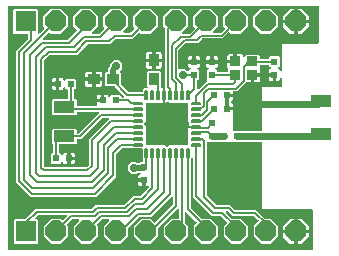
<source format=gbr>
G04 EAGLE Gerber RS-274X export*
G75*
%MOMM*%
%FSLAX34Y34*%
%LPD*%
%INTop Copper*%
%IPPOS*%
%AMOC8*
5,1,8,0,0,1.08239X$1,22.5*%
G01*
%ADD10R,0.950000X0.850000*%
%ADD11R,0.600000X0.600000*%
%ADD12R,1.050000X0.900000*%
%ADD13R,0.900000X1.050000*%
%ADD14R,1.800000X1.000000*%
%ADD15C,0.150000*%
%ADD16R,3.650000X3.650000*%
%ADD17C,0.808000*%
%ADD18R,1.700000X1.000000*%
%ADD19P,1.924489X8X112.500000*%
%ADD20R,1.778000X1.778000*%
%ADD21C,0.200000*%
%ADD22C,0.706400*%
%ADD23C,0.152400*%
%ADD24C,0.600000*%
%ADD25C,0.500000*%

G36*
X262019Y4554D02*
X262019Y4554D01*
X262039Y4552D01*
X262140Y4574D01*
X262242Y4591D01*
X262260Y4600D01*
X262280Y4604D01*
X262368Y4657D01*
X262460Y4706D01*
X262474Y4720D01*
X262491Y4731D01*
X262558Y4809D01*
X262629Y4884D01*
X262638Y4902D01*
X262651Y4918D01*
X262689Y5013D01*
X262733Y5107D01*
X262735Y5127D01*
X262743Y5146D01*
X262761Y5312D01*
X262761Y38000D01*
X262758Y38020D01*
X262760Y38039D01*
X262738Y38141D01*
X262722Y38243D01*
X262712Y38260D01*
X262708Y38280D01*
X262655Y38369D01*
X262606Y38460D01*
X262592Y38474D01*
X262582Y38491D01*
X262503Y38558D01*
X262428Y38630D01*
X262410Y38638D01*
X262395Y38651D01*
X262299Y38690D01*
X262205Y38733D01*
X262185Y38735D01*
X262167Y38743D01*
X262000Y38761D01*
X219761Y38761D01*
X219761Y95308D01*
X219758Y95328D01*
X219760Y95347D01*
X219738Y95449D01*
X219722Y95551D01*
X219712Y95568D01*
X219708Y95588D01*
X219655Y95677D01*
X219606Y95768D01*
X219592Y95782D01*
X219582Y95799D01*
X219503Y95866D01*
X219428Y95937D01*
X219410Y95946D01*
X219395Y95959D01*
X219299Y95998D01*
X219205Y96041D01*
X219185Y96043D01*
X219167Y96051D01*
X219000Y96069D01*
X174262Y96069D01*
X174242Y96066D01*
X174223Y96068D01*
X174121Y96046D01*
X174019Y96029D01*
X174002Y96020D01*
X173982Y96016D01*
X173893Y95963D01*
X173802Y95914D01*
X173788Y95900D01*
X173771Y95890D01*
X173704Y95811D01*
X173632Y95736D01*
X173624Y95718D01*
X173611Y95703D01*
X173572Y95607D01*
X173529Y95513D01*
X173527Y95493D01*
X173519Y95475D01*
X173501Y95308D01*
X173501Y50351D01*
X173515Y50261D01*
X173523Y50170D01*
X173535Y50140D01*
X173540Y50108D01*
X173583Y50028D01*
X173619Y49944D01*
X173645Y49912D01*
X173656Y49891D01*
X173679Y49869D01*
X173724Y49813D01*
X180813Y42724D01*
X180887Y42671D01*
X180956Y42611D01*
X180986Y42599D01*
X181013Y42580D01*
X181100Y42553D01*
X181184Y42519D01*
X181225Y42515D01*
X181248Y42508D01*
X181280Y42509D01*
X181351Y42501D01*
X193036Y42501D01*
X196813Y38724D01*
X196887Y38671D01*
X196956Y38611D01*
X196986Y38599D01*
X197013Y38580D01*
X197100Y38553D01*
X197184Y38519D01*
X197225Y38515D01*
X197248Y38508D01*
X197280Y38509D01*
X197351Y38501D01*
X215036Y38501D01*
X222713Y30824D01*
X222787Y30771D01*
X222856Y30711D01*
X222886Y30699D01*
X222913Y30680D01*
X223000Y30653D01*
X223084Y30619D01*
X223125Y30615D01*
X223148Y30608D01*
X223180Y30609D01*
X223251Y30601D01*
X227274Y30601D01*
X233361Y24514D01*
X233361Y15906D01*
X227274Y9819D01*
X218666Y9819D01*
X212579Y15906D01*
X212579Y24514D01*
X216726Y28661D01*
X216738Y28677D01*
X216753Y28689D01*
X216809Y28777D01*
X216870Y28861D01*
X216875Y28879D01*
X216886Y28896D01*
X216912Y28997D01*
X216942Y29096D01*
X216941Y29116D01*
X216946Y29135D01*
X216938Y29238D01*
X216936Y29342D01*
X216929Y29360D01*
X216927Y29380D01*
X216887Y29475D01*
X216851Y29573D01*
X216839Y29588D01*
X216831Y29606D01*
X216726Y29737D01*
X213187Y33276D01*
X213113Y33329D01*
X213044Y33389D01*
X213014Y33401D01*
X212987Y33420D01*
X212900Y33447D01*
X212816Y33481D01*
X212775Y33485D01*
X212752Y33492D01*
X212720Y33491D01*
X212649Y33499D01*
X194964Y33499D01*
X191187Y37276D01*
X191113Y37329D01*
X191044Y37389D01*
X191014Y37401D01*
X190987Y37420D01*
X190900Y37447D01*
X190816Y37481D01*
X190775Y37485D01*
X190752Y37492D01*
X190720Y37491D01*
X190649Y37499D01*
X189875Y37499D01*
X189804Y37488D01*
X189733Y37486D01*
X189684Y37468D01*
X189632Y37460D01*
X189569Y37426D01*
X189502Y37401D01*
X189461Y37369D01*
X189415Y37344D01*
X189366Y37293D01*
X189310Y37248D01*
X189281Y37204D01*
X189246Y37166D01*
X189215Y37101D01*
X189177Y37041D01*
X189164Y36990D01*
X189142Y36943D01*
X189134Y36872D01*
X189117Y36802D01*
X189121Y36750D01*
X189115Y36699D01*
X189130Y36628D01*
X189136Y36557D01*
X189156Y36509D01*
X189167Y36458D01*
X189204Y36397D01*
X189232Y36331D01*
X189277Y36275D01*
X189293Y36247D01*
X189311Y36232D01*
X189337Y36200D01*
X194713Y30824D01*
X194787Y30771D01*
X194856Y30711D01*
X194886Y30699D01*
X194913Y30680D01*
X195000Y30653D01*
X195084Y30619D01*
X195125Y30615D01*
X195148Y30608D01*
X195180Y30609D01*
X195251Y30601D01*
X201874Y30601D01*
X207961Y24514D01*
X207961Y15906D01*
X201874Y9819D01*
X193266Y9819D01*
X187179Y15906D01*
X187179Y24514D01*
X190026Y27361D01*
X190038Y27377D01*
X190053Y27389D01*
X190109Y27477D01*
X190170Y27561D01*
X190175Y27579D01*
X190186Y27596D01*
X190212Y27697D01*
X190242Y27796D01*
X190241Y27816D01*
X190246Y27835D01*
X190238Y27938D01*
X190236Y28042D01*
X190229Y28060D01*
X190227Y28080D01*
X190187Y28175D01*
X190151Y28273D01*
X190139Y28288D01*
X190131Y28306D01*
X190026Y28437D01*
X185187Y33276D01*
X185113Y33329D01*
X185044Y33389D01*
X185014Y33401D01*
X184987Y33420D01*
X184900Y33447D01*
X184816Y33481D01*
X184775Y33485D01*
X184752Y33492D01*
X184720Y33491D01*
X184649Y33499D01*
X176964Y33499D01*
X161292Y49171D01*
X161292Y81798D01*
X161281Y81869D01*
X161279Y81941D01*
X161261Y81990D01*
X161252Y82041D01*
X161219Y82104D01*
X161194Y82172D01*
X161162Y82213D01*
X161137Y82259D01*
X161085Y82308D01*
X161041Y82364D01*
X160997Y82392D01*
X160959Y82428D01*
X160894Y82458D01*
X160834Y82497D01*
X160783Y82510D01*
X160736Y82532D01*
X160665Y82539D01*
X160595Y82557D01*
X160543Y82553D01*
X160491Y82559D01*
X160421Y82543D01*
X160350Y82538D01*
X160302Y82517D01*
X160251Y82506D01*
X160190Y82470D01*
X160124Y82441D01*
X160068Y82397D01*
X160040Y82380D01*
X160025Y82362D01*
X159993Y82337D01*
X159517Y81861D01*
X159463Y81786D01*
X159404Y81717D01*
X159392Y81687D01*
X159373Y81661D01*
X159346Y81574D01*
X159312Y81489D01*
X159308Y81448D01*
X159301Y81426D01*
X159302Y81394D01*
X159294Y81322D01*
X159294Y40351D01*
X159308Y40261D01*
X159316Y40170D01*
X159328Y40140D01*
X159333Y40108D01*
X159376Y40028D01*
X159412Y39944D01*
X159438Y39912D01*
X159448Y39891D01*
X159472Y39869D01*
X159490Y39846D01*
X159494Y39839D01*
X159499Y39835D01*
X159517Y39813D01*
X168506Y30824D01*
X168580Y30771D01*
X168649Y30711D01*
X168679Y30699D01*
X168706Y30680D01*
X168793Y30653D01*
X168877Y30619D01*
X168918Y30615D01*
X168941Y30608D01*
X168973Y30609D01*
X169044Y30601D01*
X176474Y30601D01*
X182561Y24514D01*
X182561Y15906D01*
X176474Y9819D01*
X167866Y9819D01*
X161779Y15906D01*
X161779Y24514D01*
X164223Y26957D01*
X164234Y26973D01*
X164250Y26986D01*
X164306Y27073D01*
X164366Y27157D01*
X164372Y27176D01*
X164383Y27193D01*
X164408Y27293D01*
X164438Y27392D01*
X164438Y27412D01*
X164443Y27431D01*
X164435Y27534D01*
X164432Y27638D01*
X164425Y27657D01*
X164424Y27677D01*
X164383Y27771D01*
X164348Y27869D01*
X164335Y27885D01*
X164327Y27903D01*
X164223Y28034D01*
X155593Y36663D01*
X155535Y36705D01*
X155483Y36754D01*
X155436Y36776D01*
X155393Y36807D01*
X155325Y36828D01*
X155260Y36858D01*
X155208Y36864D01*
X155158Y36879D01*
X155087Y36877D01*
X155015Y36885D01*
X154965Y36874D01*
X154913Y36873D01*
X154845Y36848D01*
X154775Y36833D01*
X154730Y36806D01*
X154681Y36788D01*
X154625Y36743D01*
X154564Y36707D01*
X154530Y36667D01*
X154489Y36635D01*
X154451Y36574D01*
X154404Y36520D01*
X154385Y36471D01*
X154356Y36428D01*
X154339Y36358D01*
X154312Y36292D01*
X154304Y36220D01*
X154296Y36189D01*
X154298Y36166D01*
X154294Y36125D01*
X154294Y27696D01*
X154308Y27606D01*
X154316Y27515D01*
X154328Y27486D01*
X154333Y27454D01*
X154376Y27373D01*
X154412Y27289D01*
X154438Y27257D01*
X154448Y27236D01*
X154472Y27214D01*
X154517Y27158D01*
X157161Y24514D01*
X157161Y15906D01*
X151074Y9819D01*
X142466Y9819D01*
X136379Y15906D01*
X136379Y24514D01*
X142466Y30601D01*
X148531Y30601D01*
X148551Y30604D01*
X148570Y30602D01*
X148672Y30624D01*
X148774Y30640D01*
X148791Y30650D01*
X148811Y30654D01*
X148900Y30707D01*
X148991Y30756D01*
X149005Y30770D01*
X149022Y30780D01*
X149089Y30859D01*
X149160Y30934D01*
X149169Y30952D01*
X149182Y30967D01*
X149221Y31063D01*
X149264Y31157D01*
X149266Y31177D01*
X149274Y31195D01*
X149292Y31362D01*
X149292Y38758D01*
X149281Y38829D01*
X149279Y38900D01*
X149261Y38949D01*
X149252Y39001D01*
X149219Y39064D01*
X149194Y39131D01*
X149162Y39172D01*
X149137Y39218D01*
X149085Y39267D01*
X149041Y39323D01*
X148997Y39351D01*
X148959Y39387D01*
X148894Y39418D01*
X148834Y39456D01*
X148783Y39469D01*
X148736Y39491D01*
X148665Y39499D01*
X148595Y39516D01*
X148543Y39512D01*
X148491Y39518D01*
X148421Y39503D01*
X148350Y39497D01*
X148302Y39477D01*
X148251Y39466D01*
X148189Y39429D01*
X148124Y39401D01*
X148068Y39356D01*
X148040Y39340D01*
X148025Y39322D01*
X147993Y39296D01*
X131984Y23287D01*
X131931Y23213D01*
X131871Y23144D01*
X131859Y23114D01*
X131840Y23087D01*
X131813Y23000D01*
X131779Y22916D01*
X131775Y22875D01*
X131768Y22852D01*
X131769Y22820D01*
X131761Y22749D01*
X131761Y15906D01*
X125674Y9819D01*
X117066Y9819D01*
X110979Y15906D01*
X110979Y24514D01*
X117066Y30601D01*
X125674Y30601D01*
X128411Y27864D01*
X128427Y27852D01*
X128439Y27837D01*
X128527Y27781D01*
X128610Y27720D01*
X128629Y27715D01*
X128646Y27704D01*
X128747Y27678D01*
X128846Y27648D01*
X128866Y27649D01*
X128885Y27644D01*
X128988Y27652D01*
X129091Y27654D01*
X129110Y27661D01*
X129130Y27663D01*
X129225Y27703D01*
X129322Y27739D01*
X129338Y27751D01*
X129356Y27759D01*
X129487Y27864D01*
X144069Y42446D01*
X144122Y42520D01*
X144182Y42589D01*
X144194Y42619D01*
X144213Y42646D01*
X144240Y42733D01*
X144274Y42817D01*
X144278Y42858D01*
X144285Y42881D01*
X144284Y42913D01*
X144292Y42984D01*
X144292Y48704D01*
X144289Y48724D01*
X144291Y48743D01*
X144280Y48794D01*
X144279Y48847D01*
X144261Y48896D01*
X144252Y48947D01*
X144243Y48965D01*
X144239Y48984D01*
X144213Y49027D01*
X144194Y49078D01*
X144162Y49119D01*
X144137Y49165D01*
X144122Y49179D01*
X144113Y49195D01*
X144075Y49227D01*
X144041Y49270D01*
X143997Y49298D01*
X143959Y49334D01*
X143939Y49343D01*
X143926Y49355D01*
X143881Y49373D01*
X143834Y49403D01*
X143783Y49416D01*
X143736Y49438D01*
X143714Y49440D01*
X143698Y49446D01*
X143632Y49454D01*
X143595Y49463D01*
X143568Y49461D01*
X143531Y49465D01*
X143530Y49465D01*
X143514Y49462D01*
X143491Y49465D01*
X143421Y49449D01*
X143350Y49444D01*
X143318Y49430D01*
X143287Y49425D01*
X143272Y49417D01*
X143251Y49412D01*
X143189Y49376D01*
X143124Y49348D01*
X143090Y49321D01*
X143070Y49310D01*
X143057Y49296D01*
X143040Y49286D01*
X143025Y49268D01*
X142993Y49243D01*
X126349Y32599D01*
X116211Y32599D01*
X116121Y32585D01*
X116030Y32577D01*
X116000Y32565D01*
X115968Y32560D01*
X115888Y32517D01*
X115804Y32481D01*
X115772Y32455D01*
X115751Y32444D01*
X115729Y32421D01*
X115673Y32376D01*
X106584Y23287D01*
X106531Y23213D01*
X106471Y23144D01*
X106459Y23114D01*
X106440Y23087D01*
X106413Y23000D01*
X106379Y22916D01*
X106375Y22875D01*
X106368Y22852D01*
X106369Y22820D01*
X106361Y22749D01*
X106361Y15906D01*
X100274Y9819D01*
X91666Y9819D01*
X85579Y15906D01*
X85579Y24514D01*
X90265Y29200D01*
X90307Y29258D01*
X90356Y29310D01*
X90378Y29357D01*
X90409Y29399D01*
X90430Y29468D01*
X90460Y29533D01*
X90466Y29585D01*
X90481Y29635D01*
X90479Y29706D01*
X90487Y29777D01*
X90476Y29828D01*
X90475Y29880D01*
X90450Y29948D01*
X90435Y30018D01*
X90408Y30063D01*
X90390Y30111D01*
X90345Y30167D01*
X90309Y30229D01*
X90269Y30263D01*
X90236Y30303D01*
X90176Y30342D01*
X90122Y30389D01*
X90073Y30408D01*
X90030Y30436D01*
X89960Y30454D01*
X89893Y30481D01*
X89822Y30489D01*
X89791Y30497D01*
X89768Y30495D01*
X89727Y30499D01*
X84711Y30499D01*
X84621Y30485D01*
X84530Y30477D01*
X84500Y30465D01*
X84468Y30460D01*
X84388Y30417D01*
X84304Y30381D01*
X84272Y30355D01*
X84251Y30344D01*
X84229Y30321D01*
X84173Y30276D01*
X80224Y26327D01*
X80212Y26311D01*
X80197Y26299D01*
X80141Y26212D01*
X80080Y26128D01*
X80075Y26109D01*
X80064Y26092D01*
X80038Y25991D01*
X80008Y25893D01*
X80009Y25873D01*
X80004Y25853D01*
X80012Y25750D01*
X80014Y25647D01*
X80021Y25628D01*
X80023Y25608D01*
X80063Y25513D01*
X80099Y25416D01*
X80111Y25400D01*
X80119Y25382D01*
X80224Y25251D01*
X80961Y24514D01*
X80961Y15906D01*
X74874Y9819D01*
X66266Y9819D01*
X60179Y15906D01*
X60179Y24514D01*
X64865Y29200D01*
X64907Y29258D01*
X64956Y29310D01*
X64978Y29357D01*
X65009Y29399D01*
X65030Y29468D01*
X65060Y29533D01*
X65066Y29585D01*
X65081Y29635D01*
X65079Y29706D01*
X65087Y29777D01*
X65076Y29828D01*
X65075Y29880D01*
X65050Y29948D01*
X65035Y30018D01*
X65008Y30063D01*
X64990Y30111D01*
X64945Y30167D01*
X64909Y30229D01*
X64869Y30263D01*
X64836Y30303D01*
X64776Y30342D01*
X64722Y30389D01*
X64673Y30408D01*
X64630Y30436D01*
X64560Y30454D01*
X64493Y30481D01*
X64422Y30489D01*
X64391Y30497D01*
X64368Y30495D01*
X64327Y30499D01*
X59311Y30499D01*
X59221Y30485D01*
X59130Y30477D01*
X59100Y30465D01*
X59068Y30460D01*
X58988Y30417D01*
X58904Y30381D01*
X58872Y30355D01*
X58851Y30344D01*
X58829Y30321D01*
X58773Y30276D01*
X54824Y26327D01*
X54812Y26311D01*
X54797Y26299D01*
X54741Y26211D01*
X54680Y26128D01*
X54675Y26109D01*
X54664Y26092D01*
X54638Y25991D01*
X54608Y25893D01*
X54609Y25873D01*
X54604Y25853D01*
X54612Y25750D01*
X54614Y25647D01*
X54621Y25628D01*
X54623Y25608D01*
X54663Y25513D01*
X54699Y25416D01*
X54711Y25400D01*
X54719Y25382D01*
X54824Y25251D01*
X55561Y24514D01*
X55561Y15906D01*
X49474Y9819D01*
X40866Y9819D01*
X34779Y15906D01*
X34779Y24514D01*
X40866Y30601D01*
X49474Y30601D01*
X50211Y29864D01*
X50227Y29852D01*
X50239Y29837D01*
X50321Y29784D01*
X50323Y29783D01*
X50324Y29782D01*
X50327Y29781D01*
X50411Y29720D01*
X50429Y29715D01*
X50446Y29704D01*
X50547Y29678D01*
X50646Y29648D01*
X50666Y29649D01*
X50685Y29644D01*
X50788Y29652D01*
X50892Y29654D01*
X50910Y29661D01*
X50930Y29663D01*
X51025Y29703D01*
X51123Y29739D01*
X51138Y29751D01*
X51156Y29759D01*
X51287Y29864D01*
X54623Y33200D01*
X54665Y33258D01*
X54714Y33310D01*
X54736Y33357D01*
X54767Y33399D01*
X54788Y33468D01*
X54818Y33533D01*
X54824Y33585D01*
X54839Y33635D01*
X54837Y33706D01*
X54845Y33777D01*
X54834Y33828D01*
X54833Y33880D01*
X54808Y33948D01*
X54793Y34018D01*
X54766Y34062D01*
X54748Y34111D01*
X54703Y34167D01*
X54667Y34229D01*
X54627Y34263D01*
X54595Y34303D01*
X54534Y34342D01*
X54480Y34389D01*
X54431Y34408D01*
X54388Y34436D01*
X54318Y34454D01*
X54252Y34481D01*
X54180Y34489D01*
X54149Y34497D01*
X54126Y34495D01*
X54085Y34499D01*
X30351Y34499D01*
X30261Y34485D01*
X30170Y34477D01*
X30140Y34465D01*
X30108Y34460D01*
X30028Y34417D01*
X29944Y34381D01*
X29912Y34355D01*
X29891Y34344D01*
X29869Y34321D01*
X29813Y34276D01*
X27437Y31900D01*
X27395Y31842D01*
X27346Y31790D01*
X27324Y31743D01*
X27293Y31701D01*
X27272Y31632D01*
X27242Y31567D01*
X27236Y31515D01*
X27221Y31465D01*
X27223Y31394D01*
X27215Y31323D01*
X27226Y31272D01*
X27227Y31220D01*
X27252Y31152D01*
X27267Y31082D01*
X27294Y31037D01*
X27312Y30989D01*
X27357Y30933D01*
X27393Y30871D01*
X27433Y30837D01*
X27465Y30797D01*
X27526Y30758D01*
X27580Y30711D01*
X27629Y30692D01*
X27672Y30664D01*
X27742Y30646D01*
X27808Y30619D01*
X27880Y30611D01*
X27911Y30603D01*
X27934Y30605D01*
X27975Y30601D01*
X29282Y30601D01*
X30161Y29722D01*
X30161Y10698D01*
X29282Y9819D01*
X10258Y9819D01*
X9379Y10698D01*
X9379Y29722D01*
X10258Y30601D01*
X18749Y30601D01*
X18839Y30615D01*
X18930Y30623D01*
X18960Y30635D01*
X18992Y30640D01*
X19072Y30683D01*
X19156Y30719D01*
X19188Y30745D01*
X19209Y30756D01*
X19231Y30779D01*
X19287Y30824D01*
X27964Y39501D01*
X75649Y39501D01*
X75739Y39515D01*
X75830Y39523D01*
X75860Y39535D01*
X75892Y39540D01*
X75972Y39583D01*
X76056Y39619D01*
X76088Y39645D01*
X76109Y39656D01*
X76131Y39679D01*
X76187Y39724D01*
X78964Y42501D01*
X102649Y42501D01*
X102739Y42515D01*
X102830Y42523D01*
X102860Y42535D01*
X102892Y42540D01*
X102972Y42583D01*
X103056Y42619D01*
X103088Y42645D01*
X103109Y42656D01*
X103131Y42679D01*
X103187Y42724D01*
X110964Y50501D01*
X116649Y50501D01*
X116739Y50515D01*
X116830Y50523D01*
X116860Y50535D01*
X116892Y50540D01*
X116972Y50583D01*
X117056Y50619D01*
X117088Y50645D01*
X117109Y50656D01*
X117131Y50679D01*
X117187Y50724D01*
X123733Y57270D01*
X123775Y57328D01*
X123824Y57380D01*
X123846Y57427D01*
X123877Y57469D01*
X123898Y57538D01*
X123928Y57603D01*
X123934Y57655D01*
X123949Y57704D01*
X123947Y57776D01*
X123955Y57847D01*
X123944Y57898D01*
X123943Y57950D01*
X123918Y58018D01*
X123903Y58088D01*
X123876Y58132D01*
X123858Y58181D01*
X123813Y58237D01*
X123777Y58299D01*
X123737Y58333D01*
X123704Y58373D01*
X123644Y58412D01*
X123590Y58459D01*
X123541Y58478D01*
X123498Y58506D01*
X123428Y58524D01*
X123362Y58551D01*
X123290Y58559D01*
X123259Y58566D01*
X123236Y58565D01*
X123195Y58569D01*
X121542Y58569D01*
X121542Y62832D01*
X121539Y62851D01*
X121541Y62871D01*
X121519Y62972D01*
X121502Y63074D01*
X121493Y63092D01*
X121489Y63112D01*
X121436Y63201D01*
X121387Y63292D01*
X121373Y63306D01*
X121363Y63323D01*
X121284Y63390D01*
X121209Y63461D01*
X121191Y63470D01*
X121176Y63483D01*
X121080Y63521D01*
X120986Y63565D01*
X120966Y63567D01*
X120948Y63575D01*
X120781Y63593D01*
X120066Y63593D01*
X120066Y64308D01*
X120063Y64328D01*
X120065Y64347D01*
X120043Y64449D01*
X120026Y64551D01*
X120017Y64568D01*
X120013Y64588D01*
X119959Y64677D01*
X119911Y64768D01*
X119897Y64782D01*
X119887Y64799D01*
X119808Y64866D01*
X119733Y64937D01*
X119715Y64946D01*
X119700Y64959D01*
X119603Y64998D01*
X119510Y65041D01*
X119490Y65043D01*
X119471Y65051D01*
X119305Y65069D01*
X115042Y65069D01*
X115042Y66833D01*
X115179Y67342D01*
X115442Y67798D01*
X115814Y68171D01*
X116271Y68434D01*
X116787Y68573D01*
X116809Y68583D01*
X116833Y68586D01*
X116920Y68633D01*
X117011Y68674D01*
X117029Y68690D01*
X117050Y68702D01*
X117118Y68773D01*
X117191Y68841D01*
X117203Y68862D01*
X117219Y68880D01*
X117261Y68970D01*
X117309Y69057D01*
X117313Y69081D01*
X117323Y69103D01*
X117334Y69202D01*
X117351Y69300D01*
X117347Y69324D01*
X117350Y69347D01*
X117329Y69444D01*
X117314Y69543D01*
X117303Y69564D01*
X117298Y69588D01*
X117247Y69673D01*
X117201Y69761D01*
X117184Y69778D01*
X117172Y69799D01*
X117096Y69863D01*
X117025Y69933D01*
X117003Y69943D01*
X116985Y69959D01*
X116892Y69996D01*
X116803Y70039D01*
X116779Y70042D01*
X116757Y70051D01*
X116590Y70069D01*
X114725Y70069D01*
X114635Y70054D01*
X114544Y70047D01*
X114514Y70035D01*
X114482Y70029D01*
X114401Y69987D01*
X114318Y69951D01*
X114285Y69925D01*
X114265Y69914D01*
X114243Y69891D01*
X114187Y69846D01*
X113378Y69037D01*
X109208Y69037D01*
X106260Y71985D01*
X106260Y76155D01*
X109208Y79103D01*
X113378Y79103D01*
X114187Y78294D01*
X114261Y78240D01*
X114330Y78181D01*
X114360Y78169D01*
X114386Y78150D01*
X114473Y78123D01*
X114558Y78089D01*
X114599Y78085D01*
X114621Y78078D01*
X114654Y78079D01*
X114725Y78071D01*
X115106Y78071D01*
X115196Y78085D01*
X115287Y78093D01*
X115317Y78105D01*
X115349Y78110D01*
X115429Y78153D01*
X115513Y78189D01*
X115546Y78215D01*
X115566Y78225D01*
X115588Y78249D01*
X115644Y78294D01*
X116421Y79071D01*
X118531Y79071D01*
X118551Y79074D01*
X118570Y79072D01*
X118672Y79094D01*
X118774Y79110D01*
X118791Y79120D01*
X118811Y79124D01*
X118900Y79177D01*
X118991Y79225D01*
X119005Y79240D01*
X119022Y79250D01*
X119089Y79329D01*
X119160Y79404D01*
X119169Y79422D01*
X119182Y79437D01*
X119221Y79533D01*
X119264Y79627D01*
X119266Y79647D01*
X119274Y79665D01*
X119292Y79832D01*
X119292Y81322D01*
X119277Y81412D01*
X119270Y81503D01*
X119258Y81533D01*
X119252Y81565D01*
X119210Y81646D01*
X119174Y81730D01*
X119148Y81762D01*
X119137Y81782D01*
X119114Y81805D01*
X119069Y81861D01*
X118792Y82138D01*
X118792Y89808D01*
X118789Y89828D01*
X118791Y89847D01*
X118769Y89949D01*
X118752Y90051D01*
X118743Y90068D01*
X118739Y90088D01*
X118686Y90177D01*
X118637Y90268D01*
X118623Y90282D01*
X118613Y90299D01*
X118534Y90366D01*
X118459Y90437D01*
X118441Y90446D01*
X118426Y90459D01*
X118330Y90498D01*
X118236Y90541D01*
X118216Y90543D01*
X118198Y90551D01*
X118031Y90569D01*
X110361Y90569D01*
X110084Y90846D01*
X110010Y90899D01*
X109940Y90959D01*
X109910Y90971D01*
X109884Y90990D01*
X109797Y91017D01*
X109712Y91051D01*
X109671Y91055D01*
X109649Y91062D01*
X109617Y91061D01*
X109545Y91069D01*
X101921Y91069D01*
X101831Y91054D01*
X101740Y91047D01*
X101710Y91035D01*
X101678Y91029D01*
X101598Y90987D01*
X101514Y90951D01*
X101482Y90925D01*
X101461Y90914D01*
X101439Y90891D01*
X101383Y90846D01*
X96724Y86187D01*
X96671Y86113D01*
X96611Y86044D01*
X96599Y86014D01*
X96580Y85987D01*
X96553Y85900D01*
X96519Y85816D01*
X96515Y85775D01*
X96508Y85752D01*
X96509Y85720D01*
X96501Y85649D01*
X96501Y66680D01*
X79320Y49499D01*
X23680Y49499D01*
X11499Y61680D01*
X11499Y173036D01*
X21276Y182813D01*
X21329Y182887D01*
X21389Y182956D01*
X21401Y182986D01*
X21420Y183013D01*
X21447Y183100D01*
X21481Y183184D01*
X21485Y183225D01*
X21492Y183248D01*
X21491Y183280D01*
X21499Y183351D01*
X21499Y186848D01*
X21496Y186868D01*
X21498Y186887D01*
X21476Y186989D01*
X21460Y187091D01*
X21450Y187108D01*
X21446Y187128D01*
X21393Y187217D01*
X21344Y187308D01*
X21330Y187322D01*
X21320Y187339D01*
X21241Y187406D01*
X21166Y187478D01*
X21148Y187486D01*
X21133Y187499D01*
X21037Y187538D01*
X20943Y187581D01*
X20923Y187583D01*
X20905Y187591D01*
X20738Y187609D01*
X10188Y187609D01*
X9309Y188488D01*
X9309Y207512D01*
X10188Y208391D01*
X29212Y208391D01*
X30091Y207512D01*
X30091Y188365D01*
X30102Y188294D01*
X30104Y188223D01*
X30122Y188174D01*
X30130Y188122D01*
X30164Y188059D01*
X30189Y187992D01*
X30221Y187951D01*
X30246Y187905D01*
X30297Y187856D01*
X30342Y187800D01*
X30386Y187771D01*
X30424Y187736D01*
X30489Y187705D01*
X30549Y187667D01*
X30600Y187654D01*
X30647Y187632D01*
X30718Y187624D01*
X30788Y187607D01*
X30840Y187611D01*
X30891Y187605D01*
X30962Y187620D01*
X31033Y187626D01*
X31081Y187646D01*
X31132Y187657D01*
X31193Y187694D01*
X31259Y187722D01*
X31315Y187767D01*
X31343Y187783D01*
X31358Y187801D01*
X31390Y187827D01*
X35446Y191883D01*
X35458Y191899D01*
X35473Y191911D01*
X35529Y191999D01*
X35590Y192082D01*
X35595Y192101D01*
X35606Y192118D01*
X35632Y192219D01*
X35662Y192317D01*
X35661Y192337D01*
X35666Y192357D01*
X35658Y192460D01*
X35656Y192563D01*
X35649Y192582D01*
X35647Y192602D01*
X35607Y192697D01*
X35571Y192794D01*
X35559Y192810D01*
X35551Y192828D01*
X35446Y192959D01*
X34709Y193696D01*
X34709Y202304D01*
X40796Y208391D01*
X49404Y208391D01*
X55491Y202304D01*
X55491Y193696D01*
X49404Y187609D01*
X40796Y187609D01*
X40059Y188346D01*
X40043Y188358D01*
X40031Y188373D01*
X39943Y188429D01*
X39859Y188490D01*
X39841Y188495D01*
X39824Y188506D01*
X39723Y188532D01*
X39624Y188562D01*
X39604Y188561D01*
X39585Y188566D01*
X39482Y188558D01*
X39378Y188556D01*
X39360Y188549D01*
X39340Y188547D01*
X39245Y188507D01*
X39147Y188471D01*
X39132Y188459D01*
X39114Y188451D01*
X38983Y188346D01*
X34437Y183800D01*
X34395Y183742D01*
X34346Y183690D01*
X34324Y183643D01*
X34293Y183601D01*
X34272Y183532D01*
X34242Y183467D01*
X34236Y183415D01*
X34221Y183365D01*
X34223Y183294D01*
X34215Y183223D01*
X34226Y183172D01*
X34227Y183120D01*
X34252Y183052D01*
X34267Y182982D01*
X34294Y182938D01*
X34312Y182889D01*
X34357Y182833D01*
X34393Y182771D01*
X34433Y182737D01*
X34465Y182697D01*
X34526Y182658D01*
X34580Y182611D01*
X34629Y182592D01*
X34672Y182564D01*
X34742Y182546D01*
X34808Y182519D01*
X34880Y182511D01*
X34911Y182503D01*
X34934Y182505D01*
X34975Y182501D01*
X55149Y182501D01*
X55239Y182515D01*
X55330Y182523D01*
X55360Y182535D01*
X55392Y182540D01*
X55472Y182583D01*
X55556Y182619D01*
X55588Y182645D01*
X55609Y182656D01*
X55631Y182679D01*
X55687Y182724D01*
X62846Y189883D01*
X62858Y189899D01*
X62873Y189911D01*
X62929Y189999D01*
X62990Y190082D01*
X62995Y190101D01*
X63006Y190118D01*
X63032Y190219D01*
X63062Y190317D01*
X63061Y190337D01*
X63066Y190357D01*
X63058Y190460D01*
X63056Y190563D01*
X63049Y190582D01*
X63047Y190602D01*
X63007Y190697D01*
X62971Y190794D01*
X62959Y190810D01*
X62951Y190828D01*
X62846Y190959D01*
X60109Y193696D01*
X60109Y202304D01*
X66196Y208391D01*
X74804Y208391D01*
X80891Y202304D01*
X80891Y193696D01*
X75995Y188800D01*
X75953Y188742D01*
X75904Y188690D01*
X75882Y188643D01*
X75851Y188601D01*
X75830Y188532D01*
X75800Y188467D01*
X75794Y188415D01*
X75779Y188365D01*
X75781Y188294D01*
X75773Y188223D01*
X75784Y188172D01*
X75785Y188120D01*
X75810Y188052D01*
X75825Y187982D01*
X75852Y187937D01*
X75870Y187889D01*
X75915Y187833D01*
X75951Y187771D01*
X75991Y187737D01*
X76024Y187697D01*
X76084Y187658D01*
X76138Y187611D01*
X76187Y187592D01*
X76230Y187564D01*
X76300Y187546D01*
X76367Y187519D01*
X76438Y187511D01*
X76469Y187503D01*
X76492Y187505D01*
X76533Y187501D01*
X81549Y187501D01*
X81639Y187515D01*
X81730Y187523D01*
X81760Y187535D01*
X81792Y187540D01*
X81872Y187583D01*
X81956Y187619D01*
X81988Y187645D01*
X82009Y187656D01*
X82031Y187679D01*
X82087Y187724D01*
X86246Y191883D01*
X86258Y191899D01*
X86273Y191911D01*
X86329Y191999D01*
X86390Y192082D01*
X86395Y192101D01*
X86406Y192118D01*
X86432Y192219D01*
X86462Y192317D01*
X86461Y192337D01*
X86466Y192357D01*
X86458Y192460D01*
X86456Y192563D01*
X86449Y192582D01*
X86447Y192602D01*
X86407Y192697D01*
X86371Y192794D01*
X86359Y192810D01*
X86351Y192828D01*
X86246Y192959D01*
X85509Y193696D01*
X85509Y202304D01*
X91596Y208391D01*
X100204Y208391D01*
X106291Y202304D01*
X106291Y193696D01*
X102395Y189800D01*
X102353Y189742D01*
X102304Y189690D01*
X102282Y189643D01*
X102251Y189601D01*
X102230Y189532D01*
X102200Y189467D01*
X102194Y189415D01*
X102179Y189365D01*
X102181Y189294D01*
X102173Y189223D01*
X102184Y189172D01*
X102185Y189120D01*
X102210Y189052D01*
X102225Y188982D01*
X102252Y188937D01*
X102270Y188889D01*
X102315Y188833D01*
X102351Y188771D01*
X102391Y188737D01*
X102424Y188697D01*
X102484Y188658D01*
X102538Y188611D01*
X102587Y188592D01*
X102630Y188564D01*
X102700Y188546D01*
X102767Y188519D01*
X102838Y188511D01*
X102869Y188503D01*
X102892Y188505D01*
X102933Y188501D01*
X107949Y188501D01*
X108039Y188515D01*
X108130Y188523D01*
X108160Y188535D01*
X108192Y188540D01*
X108272Y188583D01*
X108356Y188619D01*
X108388Y188645D01*
X108409Y188656D01*
X108431Y188679D01*
X108487Y188724D01*
X111646Y191883D01*
X111658Y191899D01*
X111673Y191911D01*
X111729Y191999D01*
X111790Y192082D01*
X111795Y192101D01*
X111806Y192118D01*
X111832Y192219D01*
X111862Y192317D01*
X111861Y192337D01*
X111866Y192357D01*
X111858Y192460D01*
X111856Y192563D01*
X111849Y192582D01*
X111847Y192602D01*
X111807Y192697D01*
X111771Y192794D01*
X111759Y192810D01*
X111751Y192828D01*
X111646Y192959D01*
X110909Y193696D01*
X110909Y202304D01*
X116996Y208391D01*
X125604Y208391D01*
X131691Y202304D01*
X131691Y193696D01*
X125604Y187609D01*
X116996Y187609D01*
X116259Y188346D01*
X116243Y188358D01*
X116231Y188373D01*
X116143Y188429D01*
X116060Y188490D01*
X116041Y188495D01*
X116024Y188506D01*
X115923Y188532D01*
X115824Y188562D01*
X115804Y188561D01*
X115785Y188566D01*
X115682Y188558D01*
X115579Y188556D01*
X115560Y188549D01*
X115540Y188547D01*
X115445Y188507D01*
X115348Y188471D01*
X115332Y188459D01*
X115314Y188451D01*
X115183Y188346D01*
X110336Y183499D01*
X96351Y183499D01*
X96261Y183485D01*
X96170Y183477D01*
X96140Y183465D01*
X96108Y183460D01*
X96028Y183417D01*
X95944Y183381D01*
X95912Y183355D01*
X95891Y183344D01*
X95869Y183321D01*
X95813Y183276D01*
X91036Y178499D01*
X72351Y178499D01*
X72261Y178485D01*
X72170Y178477D01*
X72140Y178465D01*
X72108Y178460D01*
X72028Y178417D01*
X71944Y178381D01*
X71912Y178355D01*
X71891Y178344D01*
X71869Y178321D01*
X71813Y178276D01*
X63036Y169499D01*
X40351Y169499D01*
X40261Y169485D01*
X40170Y169477D01*
X40140Y169465D01*
X40108Y169460D01*
X40028Y169417D01*
X39944Y169381D01*
X39912Y169355D01*
X39891Y169344D01*
X39869Y169321D01*
X39813Y169276D01*
X35724Y165187D01*
X35671Y165113D01*
X35611Y165044D01*
X35599Y165014D01*
X35580Y164987D01*
X35553Y164900D01*
X35519Y164816D01*
X35515Y164775D01*
X35508Y164752D01*
X35509Y164720D01*
X35501Y164649D01*
X35501Y75351D01*
X35506Y75316D01*
X35505Y75308D01*
X35515Y75265D01*
X35515Y75261D01*
X35523Y75170D01*
X35535Y75140D01*
X35540Y75108D01*
X35555Y75082D01*
X35558Y75068D01*
X35587Y75018D01*
X35619Y74944D01*
X35645Y74912D01*
X35656Y74891D01*
X35673Y74874D01*
X35684Y74857D01*
X35699Y74843D01*
X35724Y74813D01*
X35813Y74724D01*
X35887Y74671D01*
X35956Y74611D01*
X35986Y74599D01*
X36013Y74580D01*
X36100Y74553D01*
X36184Y74519D01*
X36225Y74515D01*
X36248Y74508D01*
X36280Y74509D01*
X36351Y74501D01*
X70649Y74501D01*
X70739Y74515D01*
X70830Y74523D01*
X70860Y74535D01*
X70892Y74540D01*
X70972Y74583D01*
X71056Y74619D01*
X71088Y74645D01*
X71109Y74656D01*
X71131Y74679D01*
X71187Y74724D01*
X73276Y76813D01*
X73329Y76887D01*
X73389Y76956D01*
X73401Y76986D01*
X73420Y77013D01*
X73447Y77100D01*
X73481Y77184D01*
X73485Y77225D01*
X73492Y77248D01*
X73491Y77280D01*
X73499Y77351D01*
X73499Y98320D01*
X89949Y114770D01*
X89990Y114828D01*
X90040Y114880D01*
X90062Y114927D01*
X90092Y114969D01*
X90113Y115038D01*
X90143Y115103D01*
X90149Y115155D01*
X90165Y115204D01*
X90163Y115276D01*
X90171Y115347D01*
X90159Y115398D01*
X90158Y115450D01*
X90134Y115518D01*
X90118Y115588D01*
X90092Y115632D01*
X90074Y115681D01*
X90029Y115737D01*
X89992Y115799D01*
X89953Y115833D01*
X89920Y115873D01*
X89860Y115912D01*
X89805Y115959D01*
X89757Y115978D01*
X89713Y116006D01*
X89644Y116024D01*
X89577Y116051D01*
X89506Y116059D01*
X89475Y116066D01*
X89451Y116065D01*
X89410Y116069D01*
X85144Y116069D01*
X85054Y116054D01*
X84963Y116047D01*
X84933Y116035D01*
X84901Y116029D01*
X84821Y115987D01*
X84737Y115951D01*
X84705Y115925D01*
X84684Y115914D01*
X84662Y115891D01*
X84606Y115846D01*
X66829Y98069D01*
X63555Y98069D01*
X63535Y98066D01*
X63515Y98068D01*
X63414Y98046D01*
X63312Y98029D01*
X63295Y98020D01*
X63275Y98016D01*
X63186Y97963D01*
X63095Y97914D01*
X63081Y97900D01*
X63064Y97890D01*
X62997Y97811D01*
X62925Y97736D01*
X62917Y97718D01*
X62904Y97703D01*
X62865Y97607D01*
X62822Y97513D01*
X62820Y97493D01*
X62812Y97475D01*
X62794Y97308D01*
X62794Y94948D01*
X61915Y94069D01*
X48469Y94069D01*
X48449Y94066D01*
X48430Y94068D01*
X48328Y94046D01*
X48226Y94029D01*
X48209Y94020D01*
X48189Y94016D01*
X48100Y93963D01*
X48009Y93914D01*
X47995Y93900D01*
X47978Y93890D01*
X47911Y93811D01*
X47840Y93736D01*
X47831Y93718D01*
X47818Y93703D01*
X47779Y93607D01*
X47736Y93513D01*
X47734Y93493D01*
X47726Y93475D01*
X47708Y93308D01*
X47708Y87192D01*
X47711Y87172D01*
X47709Y87153D01*
X47731Y87051D01*
X47748Y86949D01*
X47757Y86932D01*
X47761Y86912D01*
X47814Y86823D01*
X47863Y86732D01*
X47877Y86718D01*
X47887Y86701D01*
X47966Y86634D01*
X48041Y86563D01*
X48059Y86554D01*
X48074Y86541D01*
X48170Y86502D01*
X48264Y86459D01*
X48284Y86457D01*
X48302Y86449D01*
X48469Y86431D01*
X48829Y86431D01*
X49708Y85552D01*
X49708Y85383D01*
X49712Y85359D01*
X49709Y85335D01*
X49732Y85238D01*
X49748Y85140D01*
X49759Y85119D01*
X49764Y85096D01*
X49816Y85011D01*
X49863Y84923D01*
X49880Y84906D01*
X49893Y84886D01*
X49969Y84822D01*
X50041Y84754D01*
X50063Y84743D01*
X50081Y84728D01*
X50174Y84692D01*
X50264Y84650D01*
X50288Y84647D01*
X50310Y84639D01*
X50410Y84634D01*
X50509Y84623D01*
X50532Y84628D01*
X50556Y84627D01*
X50652Y84654D01*
X50749Y84675D01*
X50770Y84687D01*
X50793Y84694D01*
X50875Y84750D01*
X50960Y84801D01*
X50976Y84820D01*
X50996Y84833D01*
X51055Y84913D01*
X51120Y84988D01*
X51129Y85011D01*
X51143Y85030D01*
X51204Y85186D01*
X51343Y85702D01*
X51606Y86159D01*
X51979Y86531D01*
X52435Y86794D01*
X52944Y86931D01*
X54708Y86931D01*
X54708Y82668D01*
X54711Y82649D01*
X54709Y82629D01*
X54731Y82528D01*
X54748Y82426D01*
X54757Y82408D01*
X54761Y82388D01*
X54814Y82299D01*
X54863Y82208D01*
X54877Y82194D01*
X54887Y82177D01*
X54966Y82110D01*
X55041Y82039D01*
X55059Y82030D01*
X55074Y82017D01*
X55170Y81979D01*
X55264Y81935D01*
X55284Y81933D01*
X55302Y81926D01*
X55226Y81913D01*
X55209Y81904D01*
X55189Y81900D01*
X55100Y81847D01*
X55009Y81798D01*
X54995Y81784D01*
X54978Y81774D01*
X54911Y81695D01*
X54840Y81620D01*
X54831Y81602D01*
X54818Y81587D01*
X54779Y81491D01*
X54736Y81397D01*
X54734Y81377D01*
X54726Y81359D01*
X54708Y81192D01*
X54708Y76929D01*
X52944Y76929D01*
X52435Y77066D01*
X51979Y77329D01*
X51606Y77702D01*
X51343Y78158D01*
X51204Y78674D01*
X51194Y78696D01*
X51191Y78720D01*
X51144Y78807D01*
X51103Y78898D01*
X51087Y78916D01*
X51075Y78937D01*
X51004Y79005D01*
X50936Y79078D01*
X50915Y79090D01*
X50897Y79107D01*
X50807Y79148D01*
X50720Y79196D01*
X50696Y79200D01*
X50674Y79210D01*
X50575Y79221D01*
X50477Y79238D01*
X50453Y79235D01*
X50430Y79237D01*
X50333Y79216D01*
X50234Y79201D01*
X50213Y79190D01*
X50189Y79185D01*
X50104Y79134D01*
X50016Y79088D01*
X49999Y79071D01*
X49978Y79059D01*
X49914Y78983D01*
X49844Y78912D01*
X49834Y78890D01*
X49818Y78872D01*
X49781Y78780D01*
X49738Y78690D01*
X49735Y78666D01*
X49726Y78644D01*
X49708Y78477D01*
X49708Y78308D01*
X48829Y77429D01*
X41585Y77429D01*
X40706Y78308D01*
X40706Y85552D01*
X41585Y86431D01*
X41945Y86431D01*
X41965Y86434D01*
X41985Y86432D01*
X42086Y86454D01*
X42188Y86471D01*
X42205Y86480D01*
X42225Y86484D01*
X42314Y86537D01*
X42405Y86586D01*
X42419Y86600D01*
X42436Y86610D01*
X42503Y86689D01*
X42575Y86764D01*
X42583Y86782D01*
X42596Y86797D01*
X42635Y86893D01*
X42678Y86987D01*
X42680Y87007D01*
X42688Y87025D01*
X42706Y87192D01*
X42706Y93719D01*
X42692Y93809D01*
X42684Y93900D01*
X42672Y93930D01*
X42667Y93962D01*
X42624Y94042D01*
X42588Y94126D01*
X42562Y94158D01*
X42552Y94179D01*
X42528Y94201D01*
X42483Y94257D01*
X41792Y94948D01*
X41792Y106192D01*
X42671Y107071D01*
X61915Y107071D01*
X62794Y106192D01*
X62794Y103832D01*
X62797Y103812D01*
X62795Y103792D01*
X62817Y103691D01*
X62833Y103589D01*
X62843Y103572D01*
X62847Y103552D01*
X62900Y103463D01*
X62948Y103372D01*
X62963Y103358D01*
X62973Y103341D01*
X63052Y103274D01*
X63127Y103202D01*
X63145Y103194D01*
X63160Y103181D01*
X63256Y103142D01*
X63350Y103099D01*
X63370Y103097D01*
X63388Y103089D01*
X63555Y103071D01*
X64442Y103071D01*
X64532Y103085D01*
X64623Y103093D01*
X64653Y103105D01*
X64685Y103110D01*
X64765Y103153D01*
X64849Y103189D01*
X64881Y103215D01*
X64902Y103225D01*
X64924Y103249D01*
X64980Y103294D01*
X81456Y119770D01*
X81498Y119828D01*
X81547Y119880D01*
X81569Y119927D01*
X81600Y119969D01*
X81621Y120038D01*
X81651Y120103D01*
X81657Y120155D01*
X81672Y120204D01*
X81670Y120276D01*
X81678Y120347D01*
X81667Y120398D01*
X81666Y120450D01*
X81641Y120518D01*
X81626Y120588D01*
X81599Y120632D01*
X81581Y120681D01*
X81536Y120737D01*
X81500Y120799D01*
X81460Y120833D01*
X81427Y120873D01*
X81367Y120912D01*
X81313Y120959D01*
X81264Y120978D01*
X81221Y121006D01*
X81151Y121024D01*
X81085Y121051D01*
X81013Y121059D01*
X80982Y121066D01*
X80959Y121065D01*
X80918Y121069D01*
X63555Y121069D01*
X63535Y121066D01*
X63515Y121068D01*
X63414Y121046D01*
X63312Y121029D01*
X63295Y121020D01*
X63275Y121016D01*
X63186Y120963D01*
X63095Y120914D01*
X63081Y120900D01*
X63064Y120890D01*
X62997Y120811D01*
X62925Y120736D01*
X62917Y120718D01*
X62904Y120703D01*
X62865Y120607D01*
X62822Y120513D01*
X62820Y120493D01*
X62812Y120475D01*
X62794Y120308D01*
X62794Y119948D01*
X61915Y119069D01*
X42671Y119069D01*
X41792Y119948D01*
X41792Y131192D01*
X42671Y132071D01*
X54531Y132071D01*
X54551Y132074D01*
X54570Y132072D01*
X54672Y132094D01*
X54774Y132110D01*
X54791Y132120D01*
X54811Y132124D01*
X54900Y132177D01*
X54991Y132225D01*
X55005Y132240D01*
X55022Y132250D01*
X55089Y132329D01*
X55160Y132404D01*
X55169Y132422D01*
X55182Y132437D01*
X55221Y132533D01*
X55264Y132627D01*
X55266Y132647D01*
X55274Y132665D01*
X55292Y132832D01*
X55292Y139808D01*
X55289Y139828D01*
X55291Y139847D01*
X55269Y139949D01*
X55252Y140051D01*
X55243Y140068D01*
X55239Y140088D01*
X55186Y140177D01*
X55137Y140268D01*
X55123Y140282D01*
X55113Y140299D01*
X55034Y140366D01*
X54959Y140437D01*
X54941Y140446D01*
X54926Y140459D01*
X54830Y140498D01*
X54736Y140541D01*
X54716Y140543D01*
X54698Y140551D01*
X54531Y140569D01*
X54171Y140569D01*
X53292Y141448D01*
X53292Y141617D01*
X53288Y141641D01*
X53291Y141665D01*
X53268Y141762D01*
X53252Y141860D01*
X53241Y141881D01*
X53236Y141904D01*
X53184Y141989D01*
X53137Y142077D01*
X53120Y142094D01*
X53107Y142114D01*
X53031Y142178D01*
X52959Y142246D01*
X52937Y142257D01*
X52919Y142272D01*
X52826Y142308D01*
X52736Y142350D01*
X52712Y142353D01*
X52690Y142361D01*
X52590Y142366D01*
X52491Y142377D01*
X52468Y142372D01*
X52444Y142373D01*
X52348Y142346D01*
X52251Y142325D01*
X52230Y142313D01*
X52207Y142306D01*
X52125Y142250D01*
X52040Y142199D01*
X52024Y142180D01*
X52004Y142167D01*
X51945Y142087D01*
X51880Y142012D01*
X51871Y141989D01*
X51857Y141970D01*
X51796Y141814D01*
X51657Y141298D01*
X51394Y140841D01*
X51021Y140469D01*
X50565Y140206D01*
X50056Y140069D01*
X48292Y140069D01*
X48292Y144332D01*
X48289Y144351D01*
X48291Y144371D01*
X48269Y144472D01*
X48252Y144574D01*
X48243Y144592D01*
X48239Y144612D01*
X48186Y144701D01*
X48137Y144792D01*
X48123Y144806D01*
X48113Y144823D01*
X48034Y144890D01*
X47959Y144961D01*
X47941Y144970D01*
X47926Y144983D01*
X47830Y145021D01*
X47736Y145065D01*
X47716Y145067D01*
X47698Y145074D01*
X47774Y145087D01*
X47791Y145096D01*
X47811Y145100D01*
X47900Y145153D01*
X47991Y145202D01*
X48005Y145216D01*
X48022Y145226D01*
X48089Y145305D01*
X48160Y145380D01*
X48169Y145398D01*
X48182Y145413D01*
X48221Y145509D01*
X48264Y145603D01*
X48266Y145623D01*
X48274Y145641D01*
X48292Y145808D01*
X48292Y150071D01*
X50056Y150071D01*
X50565Y149934D01*
X51021Y149671D01*
X51394Y149298D01*
X51657Y148842D01*
X51796Y148326D01*
X51806Y148304D01*
X51809Y148280D01*
X51856Y148192D01*
X51897Y148102D01*
X51913Y148084D01*
X51925Y148063D01*
X51997Y147994D01*
X52064Y147922D01*
X52085Y147910D01*
X52103Y147893D01*
X52193Y147851D01*
X52280Y147804D01*
X52304Y147800D01*
X52326Y147790D01*
X52425Y147779D01*
X52523Y147762D01*
X52547Y147765D01*
X52570Y147763D01*
X52667Y147784D01*
X52766Y147799D01*
X52787Y147810D01*
X52811Y147815D01*
X52896Y147866D01*
X52984Y147911D01*
X53001Y147929D01*
X53022Y147941D01*
X53086Y148017D01*
X53156Y148088D01*
X53166Y148110D01*
X53182Y148128D01*
X53219Y148220D01*
X53262Y148310D01*
X53265Y148334D01*
X53274Y148356D01*
X53292Y148523D01*
X53292Y148692D01*
X54171Y149571D01*
X61415Y149571D01*
X62294Y148692D01*
X62294Y141448D01*
X61415Y140569D01*
X61055Y140569D01*
X61035Y140566D01*
X61015Y140568D01*
X60914Y140546D01*
X60812Y140529D01*
X60795Y140520D01*
X60775Y140516D01*
X60686Y140463D01*
X60595Y140414D01*
X60581Y140400D01*
X60564Y140390D01*
X60497Y140311D01*
X60425Y140236D01*
X60417Y140218D01*
X60404Y140203D01*
X60365Y140107D01*
X60322Y140013D01*
X60320Y139993D01*
X60312Y139975D01*
X60294Y139808D01*
X60294Y132832D01*
X60297Y132812D01*
X60295Y132792D01*
X60317Y132691D01*
X60333Y132589D01*
X60343Y132572D01*
X60347Y132552D01*
X60400Y132463D01*
X60448Y132372D01*
X60463Y132358D01*
X60473Y132341D01*
X60552Y132274D01*
X60627Y132202D01*
X60645Y132194D01*
X60660Y132181D01*
X60756Y132142D01*
X60850Y132099D01*
X60870Y132097D01*
X60888Y132089D01*
X61055Y132071D01*
X61915Y132071D01*
X62794Y131192D01*
X62794Y126832D01*
X62797Y126812D01*
X62795Y126792D01*
X62817Y126691D01*
X62833Y126589D01*
X62843Y126572D01*
X62847Y126552D01*
X62900Y126463D01*
X62948Y126372D01*
X62963Y126358D01*
X62973Y126341D01*
X63052Y126274D01*
X63127Y126202D01*
X63145Y126194D01*
X63160Y126181D01*
X63256Y126142D01*
X63350Y126099D01*
X63370Y126097D01*
X63388Y126089D01*
X63555Y126071D01*
X79318Y126071D01*
X79413Y126086D01*
X79508Y126095D01*
X79533Y126106D01*
X79561Y126110D01*
X79645Y126155D01*
X79733Y126193D01*
X79754Y126212D01*
X79779Y126225D01*
X79844Y126295D01*
X79915Y126359D01*
X79929Y126383D01*
X79948Y126404D01*
X79988Y126490D01*
X80035Y126574D01*
X80040Y126601D01*
X80052Y126627D01*
X80062Y126722D01*
X80080Y126815D01*
X80076Y126843D01*
X80079Y126871D01*
X80058Y126965D01*
X80045Y127059D01*
X80031Y127091D01*
X80026Y127112D01*
X80010Y127140D01*
X79978Y127213D01*
X79929Y127298D01*
X79792Y127807D01*
X79792Y129571D01*
X84055Y129571D01*
X84074Y129574D01*
X84094Y129572D01*
X84195Y129594D01*
X84297Y129610D01*
X84315Y129620D01*
X84335Y129624D01*
X84424Y129677D01*
X84515Y129725D01*
X84529Y129740D01*
X84546Y129750D01*
X84613Y129829D01*
X84684Y129904D01*
X84693Y129922D01*
X84706Y129937D01*
X84744Y130033D01*
X84788Y130127D01*
X84790Y130147D01*
X84798Y130165D01*
X84816Y130332D01*
X84816Y131047D01*
X85531Y131047D01*
X85551Y131050D01*
X85570Y131048D01*
X85672Y131070D01*
X85774Y131087D01*
X85791Y131096D01*
X85811Y131100D01*
X85900Y131153D01*
X85991Y131202D01*
X86005Y131216D01*
X86022Y131226D01*
X86089Y131305D01*
X86160Y131380D01*
X86169Y131398D01*
X86182Y131413D01*
X86221Y131509D01*
X86264Y131603D01*
X86266Y131623D01*
X86274Y131641D01*
X86292Y131808D01*
X86292Y136071D01*
X88056Y136071D01*
X88565Y135934D01*
X89021Y135671D01*
X89394Y135298D01*
X89657Y134842D01*
X89796Y134326D01*
X89806Y134304D01*
X89809Y134280D01*
X89856Y134192D01*
X89897Y134102D01*
X89913Y134084D01*
X89925Y134063D01*
X89997Y133994D01*
X90064Y133922D01*
X90085Y133910D01*
X90103Y133893D01*
X90193Y133852D01*
X90280Y133804D01*
X90304Y133800D01*
X90326Y133790D01*
X90425Y133779D01*
X90523Y133762D01*
X90547Y133765D01*
X90570Y133763D01*
X90667Y133784D01*
X90766Y133799D01*
X90787Y133810D01*
X90811Y133815D01*
X90896Y133866D01*
X90984Y133911D01*
X91001Y133929D01*
X91022Y133941D01*
X91086Y134017D01*
X91156Y134088D01*
X91166Y134110D01*
X91182Y134128D01*
X91219Y134220D01*
X91262Y134310D01*
X91265Y134334D01*
X91274Y134356D01*
X91292Y134523D01*
X91292Y134692D01*
X92171Y135571D01*
X99415Y135571D01*
X100294Y134692D01*
X100294Y134312D01*
X100297Y134292D01*
X100295Y134272D01*
X100317Y134171D01*
X100333Y134069D01*
X100343Y134052D01*
X100347Y134032D01*
X100400Y133943D01*
X100448Y133852D01*
X100463Y133838D01*
X100473Y133821D01*
X100552Y133754D01*
X100627Y133682D01*
X100645Y133674D01*
X100660Y133661D01*
X100756Y133622D01*
X100850Y133579D01*
X100870Y133577D01*
X100888Y133569D01*
X101055Y133551D01*
X102473Y133551D01*
X102544Y133562D01*
X102616Y133564D01*
X102665Y133582D01*
X102716Y133590D01*
X102779Y133624D01*
X102847Y133649D01*
X102888Y133681D01*
X102934Y133705D01*
X102983Y133757D01*
X103039Y133802D01*
X103067Y133846D01*
X103103Y133884D01*
X103133Y133949D01*
X103172Y134009D01*
X103185Y134060D01*
X103207Y134107D01*
X103214Y134178D01*
X103232Y134248D01*
X103228Y134300D01*
X103234Y134351D01*
X103218Y134422D01*
X103213Y134493D01*
X103192Y134541D01*
X103181Y134592D01*
X103145Y134653D01*
X103116Y134719D01*
X103072Y134775D01*
X103055Y134803D01*
X103037Y134818D01*
X103012Y134850D01*
X95016Y142846D01*
X94942Y142899D01*
X94872Y142959D01*
X94842Y142971D01*
X94816Y142990D01*
X94729Y143017D01*
X94644Y143051D01*
X94603Y143055D01*
X94581Y143062D01*
X94549Y143061D01*
X94477Y143069D01*
X87421Y143069D01*
X86542Y143948D01*
X86542Y154192D01*
X87421Y155071D01*
X88531Y155071D01*
X88551Y155074D01*
X88570Y155072D01*
X88672Y155094D01*
X88774Y155110D01*
X88791Y155120D01*
X88811Y155124D01*
X88900Y155177D01*
X88991Y155225D01*
X89005Y155240D01*
X89022Y155250D01*
X89089Y155329D01*
X89160Y155404D01*
X89169Y155422D01*
X89182Y155437D01*
X89221Y155533D01*
X89264Y155627D01*
X89266Y155647D01*
X89274Y155665D01*
X89292Y155832D01*
X89292Y158727D01*
X91037Y160472D01*
X91090Y160546D01*
X91150Y160616D01*
X91162Y160646D01*
X91181Y160672D01*
X91208Y160759D01*
X91242Y160844D01*
X91246Y160885D01*
X91253Y160907D01*
X91252Y160939D01*
X91260Y161010D01*
X91260Y162155D01*
X94208Y165103D01*
X98378Y165103D01*
X101326Y162155D01*
X101326Y157985D01*
X99326Y155986D01*
X99314Y155970D01*
X99299Y155957D01*
X99243Y155870D01*
X99183Y155786D01*
X99177Y155767D01*
X99166Y155750D01*
X99141Y155650D01*
X99110Y155551D01*
X99111Y155531D01*
X99106Y155512D01*
X99114Y155409D01*
X99117Y155305D01*
X99123Y155286D01*
X99125Y155266D01*
X99165Y155172D01*
X99201Y155074D01*
X99214Y155058D01*
X99221Y155040D01*
X99326Y154909D01*
X100044Y154192D01*
X100044Y145207D01*
X100058Y145117D01*
X100066Y145026D01*
X100078Y144996D01*
X100083Y144964D01*
X100126Y144883D01*
X100162Y144799D01*
X100188Y144767D01*
X100198Y144747D01*
X100222Y144724D01*
X100267Y144668D01*
X106641Y138294D01*
X106715Y138241D01*
X106785Y138181D01*
X106815Y138169D01*
X106841Y138150D01*
X106928Y138123D01*
X107013Y138089D01*
X107054Y138085D01*
X107076Y138078D01*
X107108Y138079D01*
X107180Y138071D01*
X118031Y138071D01*
X118051Y138074D01*
X118070Y138072D01*
X118172Y138094D01*
X118274Y138110D01*
X118291Y138120D01*
X118311Y138124D01*
X118400Y138177D01*
X118491Y138225D01*
X118505Y138240D01*
X118522Y138250D01*
X118589Y138329D01*
X118660Y138404D01*
X118669Y138422D01*
X118682Y138437D01*
X118721Y138533D01*
X118764Y138627D01*
X118766Y138647D01*
X118774Y138665D01*
X118792Y138832D01*
X118792Y140002D01*
X120111Y141321D01*
X122332Y141321D01*
X122403Y141332D01*
X122474Y141334D01*
X122523Y141352D01*
X122575Y141360D01*
X122638Y141394D01*
X122705Y141419D01*
X122746Y141451D01*
X122792Y141475D01*
X122842Y141527D01*
X122898Y141572D01*
X122926Y141616D01*
X122962Y141654D01*
X122992Y141719D01*
X123031Y141779D01*
X123043Y141830D01*
X123065Y141877D01*
X123073Y141948D01*
X123091Y142018D01*
X123087Y142070D01*
X123092Y142121D01*
X123077Y142192D01*
X123071Y142263D01*
X123051Y142311D01*
X123040Y142362D01*
X123003Y142423D01*
X122975Y142489D01*
X122930Y142545D01*
X122914Y142573D01*
X122896Y142588D01*
X122870Y142620D01*
X122292Y143198D01*
X122292Y154942D01*
X123171Y155821D01*
X133415Y155821D01*
X134294Y154942D01*
X134294Y142441D01*
X134313Y142325D01*
X134331Y142206D01*
X134333Y142202D01*
X134333Y142198D01*
X134389Y142094D01*
X134444Y141987D01*
X134447Y141985D01*
X134448Y141981D01*
X134535Y141899D01*
X134620Y141816D01*
X134624Y141814D01*
X134627Y141812D01*
X134735Y141761D01*
X134842Y141710D01*
X134846Y141710D01*
X134850Y141708D01*
X134968Y141695D01*
X135086Y141680D01*
X135091Y141681D01*
X135094Y141681D01*
X135108Y141684D01*
X135252Y141706D01*
X135681Y141821D01*
X136032Y141821D01*
X136032Y135570D01*
X136035Y135551D01*
X136033Y135531D01*
X136055Y135430D01*
X136071Y135328D01*
X136081Y135310D01*
X136085Y135290D01*
X136138Y135201D01*
X136186Y135110D01*
X136201Y135096D01*
X136211Y135079D01*
X136290Y135012D01*
X136365Y134941D01*
X136383Y134932D01*
X136398Y134919D01*
X136494Y134881D01*
X136588Y134837D01*
X136608Y134835D01*
X136626Y134827D01*
X136793Y134809D01*
X136813Y134812D01*
X136832Y134810D01*
X136833Y134810D01*
X136934Y134832D01*
X137036Y134849D01*
X137053Y134858D01*
X137073Y134862D01*
X137162Y134916D01*
X137253Y134964D01*
X137267Y134978D01*
X137284Y134988D01*
X137351Y135067D01*
X137423Y135142D01*
X137431Y135160D01*
X137444Y135175D01*
X137483Y135272D01*
X137526Y135365D01*
X137528Y135385D01*
X137536Y135404D01*
X137554Y135570D01*
X137554Y141918D01*
X137570Y141927D01*
X137661Y141975D01*
X137675Y141990D01*
X137692Y142000D01*
X137759Y142079D01*
X137830Y142154D01*
X137839Y142172D01*
X137852Y142187D01*
X137891Y142283D01*
X137934Y142377D01*
X137936Y142397D01*
X137944Y142415D01*
X137962Y142582D01*
X137962Y173885D01*
X137950Y173959D01*
X137950Y191740D01*
X137935Y191830D01*
X137928Y191921D01*
X137916Y191951D01*
X137910Y191983D01*
X137868Y192063D01*
X137832Y192147D01*
X137806Y192179D01*
X137795Y192200D01*
X137772Y192222D01*
X137727Y192278D01*
X136309Y193696D01*
X136309Y202304D01*
X142396Y208391D01*
X151004Y208391D01*
X157091Y202304D01*
X157091Y193696D01*
X151957Y188562D01*
X151915Y188504D01*
X151866Y188452D01*
X151844Y188405D01*
X151813Y188363D01*
X151792Y188294D01*
X151762Y188229D01*
X151756Y188177D01*
X151741Y188127D01*
X151743Y188056D01*
X151735Y187985D01*
X151746Y187934D01*
X151747Y187882D01*
X151772Y187814D01*
X151787Y187744D01*
X151814Y187699D01*
X151832Y187651D01*
X151877Y187595D01*
X151913Y187533D01*
X151953Y187499D01*
X151986Y187459D01*
X152046Y187420D01*
X152100Y187373D01*
X152149Y187354D01*
X152192Y187326D01*
X152262Y187308D01*
X152329Y187281D01*
X152400Y187273D01*
X152431Y187265D01*
X152454Y187267D01*
X152495Y187263D01*
X157847Y187263D01*
X157938Y187277D01*
X158028Y187285D01*
X158058Y187297D01*
X158090Y187302D01*
X158171Y187345D01*
X158255Y187381D01*
X158287Y187407D01*
X158308Y187418D01*
X158330Y187441D01*
X158386Y187486D01*
X162614Y191714D01*
X162626Y191731D01*
X162642Y191743D01*
X162698Y191830D01*
X162758Y191914D01*
X162764Y191933D01*
X162775Y191950D01*
X162800Y192050D01*
X162830Y192149D01*
X162830Y192169D01*
X162835Y192188D01*
X162827Y192291D01*
X162824Y192395D01*
X162817Y192414D01*
X162816Y192434D01*
X162775Y192529D01*
X162739Y192626D01*
X162727Y192642D01*
X162719Y192660D01*
X162614Y192791D01*
X161709Y193696D01*
X161709Y202304D01*
X167796Y208391D01*
X176404Y208391D01*
X182491Y202304D01*
X182491Y193696D01*
X178357Y189562D01*
X178315Y189504D01*
X178266Y189452D01*
X178244Y189405D01*
X178213Y189363D01*
X178192Y189294D01*
X178162Y189229D01*
X178156Y189177D01*
X178141Y189127D01*
X178143Y189056D01*
X178135Y188985D01*
X178146Y188934D01*
X178147Y188882D01*
X178172Y188814D01*
X178187Y188744D01*
X178214Y188699D01*
X178232Y188651D01*
X178277Y188595D01*
X178313Y188533D01*
X178353Y188499D01*
X178386Y188459D01*
X178446Y188420D01*
X178500Y188373D01*
X178549Y188354D01*
X178592Y188326D01*
X178662Y188308D01*
X178729Y188281D01*
X178800Y188273D01*
X178831Y188265D01*
X178854Y188267D01*
X178895Y188263D01*
X184247Y188263D01*
X184338Y188277D01*
X184428Y188285D01*
X184458Y188297D01*
X184490Y188302D01*
X184571Y188345D01*
X184655Y188381D01*
X184687Y188407D01*
X184708Y188418D01*
X184730Y188441D01*
X184786Y188486D01*
X188014Y191714D01*
X188026Y191731D01*
X188042Y191743D01*
X188098Y191830D01*
X188158Y191914D01*
X188164Y191933D01*
X188175Y191950D01*
X188200Y192050D01*
X188230Y192149D01*
X188230Y192169D01*
X188235Y192188D01*
X188227Y192291D01*
X188224Y192395D01*
X188217Y192414D01*
X188216Y192434D01*
X188175Y192529D01*
X188139Y192626D01*
X188127Y192642D01*
X188119Y192660D01*
X188014Y192791D01*
X187109Y193696D01*
X187109Y202304D01*
X193196Y208391D01*
X201804Y208391D01*
X207891Y202304D01*
X207891Y193696D01*
X201804Y187609D01*
X193196Y187609D01*
X192291Y188514D01*
X192275Y188526D01*
X192262Y188542D01*
X192175Y188598D01*
X192091Y188658D01*
X192072Y188664D01*
X192055Y188675D01*
X191955Y188700D01*
X191856Y188730D01*
X191836Y188730D01*
X191817Y188735D01*
X191714Y188727D01*
X191610Y188724D01*
X191591Y188717D01*
X191572Y188716D01*
X191477Y188675D01*
X191379Y188639D01*
X191364Y188627D01*
X191345Y188619D01*
X191214Y188514D01*
X187986Y185286D01*
X186437Y183737D01*
X169629Y183737D01*
X169539Y183723D01*
X169448Y183715D01*
X169418Y183703D01*
X169386Y183698D01*
X169306Y183655D01*
X169222Y183619D01*
X169190Y183593D01*
X169169Y183582D01*
X169147Y183559D01*
X169091Y183514D01*
X165290Y179713D01*
X155452Y179713D01*
X155361Y179699D01*
X155271Y179691D01*
X155241Y179679D01*
X155209Y179674D01*
X155128Y179631D01*
X155044Y179595D01*
X155012Y179569D01*
X154991Y179558D01*
X154969Y179535D01*
X154913Y179490D01*
X149235Y173812D01*
X149181Y173738D01*
X149122Y173668D01*
X149110Y173638D01*
X149091Y173612D01*
X149064Y173525D01*
X149030Y173440D01*
X149026Y173399D01*
X149019Y173377D01*
X149020Y173345D01*
X149012Y173273D01*
X149012Y158244D01*
X149023Y158173D01*
X149025Y158101D01*
X149043Y158052D01*
X149051Y158001D01*
X149085Y157938D01*
X149110Y157870D01*
X149142Y157830D01*
X149166Y157784D01*
X149218Y157734D01*
X149263Y157678D01*
X149307Y157650D01*
X149345Y157614D01*
X149410Y157584D01*
X149470Y157545D01*
X149521Y157533D01*
X149568Y157511D01*
X149639Y157503D01*
X149709Y157485D01*
X149761Y157489D01*
X149812Y157484D01*
X149882Y157499D01*
X149954Y157504D01*
X150002Y157525D01*
X150053Y157536D01*
X150114Y157573D01*
X150180Y157601D01*
X150236Y157646D01*
X150264Y157662D01*
X150279Y157680D01*
X150311Y157706D01*
X150458Y157853D01*
X154628Y157853D01*
X156493Y155988D01*
X156551Y155946D01*
X156603Y155896D01*
X156650Y155874D01*
X156692Y155844D01*
X156761Y155823D01*
X156826Y155793D01*
X156878Y155787D01*
X156927Y155772D01*
X156999Y155774D01*
X157070Y155766D01*
X157121Y155777D01*
X157173Y155778D01*
X157241Y155803D01*
X157311Y155818D01*
X157355Y155845D01*
X157404Y155862D01*
X157460Y155907D01*
X157522Y155944D01*
X157556Y155984D01*
X157596Y156016D01*
X157635Y156076D01*
X157682Y156131D01*
X157701Y156179D01*
X157729Y156223D01*
X157747Y156293D01*
X157774Y156359D01*
X157782Y156430D01*
X157782Y156431D01*
X158671Y157321D01*
X158840Y157321D01*
X158864Y157325D01*
X158888Y157322D01*
X158985Y157344D01*
X159083Y157360D01*
X159104Y157372D01*
X159127Y157377D01*
X159212Y157429D01*
X159300Y157475D01*
X159317Y157493D01*
X159337Y157506D01*
X159401Y157582D01*
X159469Y157654D01*
X159480Y157676D01*
X159495Y157694D01*
X159531Y157787D01*
X159573Y157877D01*
X159576Y157901D01*
X159584Y157923D01*
X159589Y158023D01*
X159600Y158121D01*
X159595Y158145D01*
X159596Y158169D01*
X159569Y158265D01*
X159548Y158362D01*
X159536Y158382D01*
X159529Y158406D01*
X159473Y158487D01*
X159422Y158573D01*
X159403Y158589D01*
X159390Y158608D01*
X159310Y158668D01*
X159235Y158733D01*
X159212Y158742D01*
X159193Y158756D01*
X159037Y158817D01*
X158521Y158956D01*
X158064Y159219D01*
X157692Y159591D01*
X157429Y160048D01*
X157292Y160557D01*
X157292Y162321D01*
X161555Y162321D01*
X161574Y162324D01*
X161594Y162322D01*
X161695Y162344D01*
X161797Y162360D01*
X161815Y162370D01*
X161835Y162374D01*
X161924Y162427D01*
X162015Y162475D01*
X162029Y162490D01*
X162046Y162500D01*
X162113Y162579D01*
X162184Y162654D01*
X162193Y162672D01*
X162206Y162687D01*
X162244Y162783D01*
X162288Y162877D01*
X162290Y162897D01*
X162297Y162915D01*
X162310Y162839D01*
X162319Y162822D01*
X162323Y162802D01*
X162376Y162713D01*
X162425Y162622D01*
X162439Y162608D01*
X162449Y162591D01*
X162528Y162524D01*
X162603Y162452D01*
X162621Y162444D01*
X162636Y162431D01*
X162732Y162392D01*
X162826Y162349D01*
X162846Y162347D01*
X162864Y162339D01*
X163031Y162321D01*
X167294Y162321D01*
X167294Y160557D01*
X167157Y160048D01*
X166894Y159591D01*
X166521Y159219D01*
X166065Y158956D01*
X165549Y158817D01*
X165527Y158807D01*
X165503Y158803D01*
X165415Y158757D01*
X165325Y158716D01*
X165307Y158700D01*
X165286Y158688D01*
X165217Y158616D01*
X165145Y158549D01*
X165133Y158528D01*
X165116Y158510D01*
X165074Y158420D01*
X165027Y158333D01*
X165023Y158309D01*
X165013Y158287D01*
X165002Y158188D01*
X164985Y158090D01*
X164988Y158066D01*
X164986Y158042D01*
X165007Y157945D01*
X165022Y157847D01*
X165033Y157826D01*
X165038Y157802D01*
X165089Y157717D01*
X165134Y157628D01*
X165152Y157612D01*
X165164Y157591D01*
X165240Y157526D01*
X165311Y157457D01*
X165333Y157447D01*
X165351Y157431D01*
X165443Y157394D01*
X165533Y157351D01*
X165557Y157348D01*
X165579Y157339D01*
X165746Y157321D01*
X165915Y157321D01*
X166794Y156442D01*
X166794Y149198D01*
X165915Y148319D01*
X165545Y148319D01*
X165525Y148316D01*
X165505Y148318D01*
X165404Y148296D01*
X165302Y148279D01*
X165285Y148270D01*
X165265Y148266D01*
X165176Y148213D01*
X165085Y148164D01*
X165071Y148150D01*
X165054Y148140D01*
X164987Y148061D01*
X164915Y147986D01*
X164907Y147968D01*
X164894Y147953D01*
X164855Y147857D01*
X164812Y147763D01*
X164810Y147743D01*
X164802Y147725D01*
X164784Y147558D01*
X164784Y141074D01*
X164795Y141003D01*
X164797Y140932D01*
X164815Y140883D01*
X164823Y140831D01*
X164857Y140768D01*
X164882Y140701D01*
X164914Y140660D01*
X164938Y140614D01*
X164990Y140565D01*
X165035Y140509D01*
X165079Y140481D01*
X165117Y140445D01*
X165182Y140414D01*
X165242Y140376D01*
X165293Y140363D01*
X165340Y140341D01*
X165411Y140333D01*
X165481Y140316D01*
X165533Y140320D01*
X165584Y140314D01*
X165655Y140329D01*
X165726Y140335D01*
X165774Y140355D01*
X165825Y140366D01*
X165886Y140403D01*
X165952Y140431D01*
X166008Y140476D01*
X166036Y140492D01*
X166051Y140510D01*
X166083Y140536D01*
X172875Y147328D01*
X172903Y147332D01*
X172974Y147334D01*
X173023Y147352D01*
X173075Y147360D01*
X173138Y147394D01*
X173205Y147419D01*
X173246Y147451D01*
X173292Y147475D01*
X173342Y147527D01*
X173398Y147572D01*
X173426Y147616D01*
X173462Y147654D01*
X173492Y147719D01*
X173531Y147779D01*
X173543Y147830D01*
X173565Y147877D01*
X173573Y147948D01*
X173591Y148018D01*
X173587Y148070D01*
X173592Y148121D01*
X173577Y148192D01*
X173571Y148263D01*
X173551Y148311D01*
X173540Y148362D01*
X173503Y148423D01*
X173475Y148489D01*
X173430Y148545D01*
X173414Y148573D01*
X173396Y148588D01*
X173370Y148620D01*
X172792Y149198D01*
X172792Y156442D01*
X173671Y157321D01*
X173840Y157321D01*
X173864Y157325D01*
X173888Y157322D01*
X173985Y157344D01*
X174083Y157360D01*
X174104Y157372D01*
X174127Y157377D01*
X174212Y157429D01*
X174300Y157475D01*
X174317Y157493D01*
X174337Y157506D01*
X174401Y157582D01*
X174469Y157654D01*
X174480Y157676D01*
X174495Y157694D01*
X174531Y157787D01*
X174573Y157877D01*
X174576Y157901D01*
X174584Y157923D01*
X174589Y158023D01*
X174600Y158121D01*
X174595Y158145D01*
X174596Y158169D01*
X174569Y158265D01*
X174548Y158362D01*
X174536Y158382D01*
X174529Y158406D01*
X174473Y158488D01*
X174422Y158573D01*
X174403Y158589D01*
X174390Y158608D01*
X174310Y158668D01*
X174235Y158733D01*
X174212Y158742D01*
X174193Y158756D01*
X174037Y158817D01*
X173521Y158956D01*
X173064Y159219D01*
X172692Y159591D01*
X172429Y160048D01*
X172292Y160557D01*
X172292Y162321D01*
X176555Y162321D01*
X176574Y162324D01*
X176594Y162322D01*
X176695Y162344D01*
X176797Y162360D01*
X176815Y162370D01*
X176835Y162374D01*
X176924Y162427D01*
X177015Y162475D01*
X177029Y162490D01*
X177046Y162500D01*
X177113Y162579D01*
X177184Y162654D01*
X177193Y162672D01*
X177206Y162687D01*
X177244Y162783D01*
X177288Y162877D01*
X177290Y162897D01*
X177297Y162915D01*
X177310Y162839D01*
X177319Y162822D01*
X177323Y162802D01*
X177376Y162713D01*
X177425Y162622D01*
X177439Y162608D01*
X177449Y162591D01*
X177528Y162524D01*
X177603Y162452D01*
X177621Y162444D01*
X177636Y162431D01*
X177732Y162392D01*
X177826Y162349D01*
X177846Y162347D01*
X177864Y162339D01*
X178031Y162321D01*
X182294Y162321D01*
X182294Y160557D01*
X182157Y160048D01*
X181894Y159591D01*
X181521Y159219D01*
X181065Y158956D01*
X180549Y158817D01*
X180527Y158807D01*
X180503Y158803D01*
X180416Y158757D01*
X180325Y158716D01*
X180307Y158700D01*
X180286Y158688D01*
X180218Y158616D01*
X180145Y158549D01*
X180133Y158527D01*
X180116Y158510D01*
X180075Y158420D01*
X180027Y158333D01*
X180023Y158309D01*
X180013Y158287D01*
X180002Y158188D01*
X179985Y158090D01*
X179988Y158066D01*
X179986Y158042D01*
X180007Y157945D01*
X180022Y157847D01*
X180033Y157826D01*
X180038Y157802D01*
X180089Y157717D01*
X180135Y157628D01*
X180152Y157612D01*
X180164Y157591D01*
X180240Y157526D01*
X180311Y157457D01*
X180333Y157447D01*
X180351Y157431D01*
X180443Y157394D01*
X180533Y157351D01*
X180557Y157348D01*
X180579Y157339D01*
X180746Y157321D01*
X180915Y157321D01*
X181794Y156442D01*
X181794Y156082D01*
X181797Y156062D01*
X181795Y156042D01*
X181817Y155941D01*
X181833Y155839D01*
X181843Y155822D01*
X181847Y155802D01*
X181900Y155713D01*
X181948Y155622D01*
X181963Y155608D01*
X181973Y155591D01*
X182052Y155524D01*
X182127Y155452D01*
X182145Y155444D01*
X182160Y155431D01*
X182256Y155392D01*
X182350Y155349D01*
X182370Y155347D01*
X182388Y155339D01*
X182555Y155321D01*
X190031Y155321D01*
X190051Y155324D01*
X190070Y155322D01*
X190172Y155344D01*
X190274Y155360D01*
X190291Y155370D01*
X190311Y155374D01*
X190400Y155427D01*
X190491Y155475D01*
X190505Y155490D01*
X190522Y155500D01*
X190589Y155579D01*
X190660Y155654D01*
X190669Y155672D01*
X190682Y155687D01*
X190721Y155783D01*
X190764Y155877D01*
X190766Y155897D01*
X190774Y155915D01*
X190792Y156082D01*
X190792Y157446D01*
X190806Y157457D01*
X190862Y157544D01*
X190922Y157628D01*
X190928Y157647D01*
X190939Y157664D01*
X190964Y157764D01*
X190995Y157863D01*
X190994Y157883D01*
X190999Y157902D01*
X190991Y158005D01*
X190988Y158109D01*
X190981Y158128D01*
X190980Y158147D01*
X190939Y158243D01*
X190904Y158340D01*
X190891Y158355D01*
X190884Y158374D01*
X190779Y158505D01*
X190692Y158591D01*
X190429Y159048D01*
X190292Y159557D01*
X190292Y162547D01*
X196281Y162547D01*
X196301Y162550D01*
X196320Y162548D01*
X196422Y162570D01*
X196524Y162586D01*
X196541Y162596D01*
X196561Y162600D01*
X196650Y162653D01*
X196741Y162702D01*
X196755Y162716D01*
X196772Y162726D01*
X196839Y162805D01*
X196910Y162880D01*
X196919Y162898D01*
X196932Y162913D01*
X196970Y163009D01*
X197014Y163103D01*
X197016Y163123D01*
X197024Y163141D01*
X197042Y163308D01*
X197042Y164071D01*
X197805Y164071D01*
X197825Y164074D01*
X197844Y164072D01*
X197946Y164094D01*
X198048Y164111D01*
X198065Y164120D01*
X198085Y164124D01*
X198174Y164177D01*
X198265Y164226D01*
X198279Y164240D01*
X198296Y164250D01*
X198363Y164329D01*
X198434Y164404D01*
X198443Y164422D01*
X198456Y164437D01*
X198494Y164533D01*
X198538Y164627D01*
X198540Y164647D01*
X198548Y164665D01*
X198566Y164832D01*
X198566Y170321D01*
X202056Y170321D01*
X202565Y170184D01*
X203021Y169921D01*
X203394Y169548D01*
X203657Y169092D01*
X203796Y168576D01*
X203806Y168554D01*
X203809Y168530D01*
X203856Y168442D01*
X203897Y168352D01*
X203913Y168334D01*
X203925Y168313D01*
X203997Y168244D01*
X204064Y168172D01*
X204085Y168160D01*
X204103Y168143D01*
X204193Y168101D01*
X204280Y168054D01*
X204304Y168050D01*
X204326Y168040D01*
X204425Y168029D01*
X204523Y168012D01*
X204547Y168015D01*
X204570Y168013D01*
X204667Y168034D01*
X204766Y168049D01*
X204787Y168060D01*
X204811Y168065D01*
X204896Y168116D01*
X204984Y168161D01*
X205001Y168179D01*
X205022Y168191D01*
X205086Y168267D01*
X205156Y168338D01*
X205166Y168360D01*
X205182Y168378D01*
X205219Y168470D01*
X205262Y168560D01*
X205265Y168584D01*
X205274Y168606D01*
X205292Y168773D01*
X205292Y168942D01*
X206171Y169821D01*
X216915Y169821D01*
X217794Y168942D01*
X217794Y167082D01*
X217797Y167062D01*
X217795Y167042D01*
X217817Y166941D01*
X217833Y166839D01*
X217843Y166822D01*
X217847Y166802D01*
X217900Y166713D01*
X217948Y166622D01*
X217963Y166608D01*
X217973Y166591D01*
X218052Y166524D01*
X218127Y166452D01*
X218145Y166444D01*
X218160Y166431D01*
X218256Y166392D01*
X218350Y166349D01*
X218370Y166347D01*
X218388Y166339D01*
X218555Y166321D01*
X225031Y166321D01*
X225051Y166324D01*
X225070Y166322D01*
X225172Y166344D01*
X225274Y166360D01*
X225291Y166370D01*
X225311Y166374D01*
X225400Y166427D01*
X225491Y166475D01*
X225505Y166490D01*
X225522Y166500D01*
X225589Y166579D01*
X225660Y166654D01*
X225669Y166672D01*
X225682Y166687D01*
X225721Y166783D01*
X225764Y166877D01*
X225766Y166897D01*
X225774Y166915D01*
X225792Y167082D01*
X225792Y167442D01*
X226671Y168321D01*
X233915Y168321D01*
X234794Y167442D01*
X234794Y160198D01*
X233915Y159319D01*
X233746Y159319D01*
X233722Y159315D01*
X233698Y159318D01*
X233601Y159295D01*
X233503Y159279D01*
X233482Y159268D01*
X233458Y159263D01*
X233373Y159211D01*
X233286Y159164D01*
X233269Y159147D01*
X233249Y159134D01*
X233185Y159058D01*
X233116Y158986D01*
X233106Y158964D01*
X233091Y158946D01*
X233055Y158853D01*
X233013Y158763D01*
X233010Y158739D01*
X233001Y158717D01*
X232997Y158617D01*
X232986Y158518D01*
X232991Y158495D01*
X232990Y158471D01*
X233017Y158375D01*
X233038Y158278D01*
X233050Y158257D01*
X233057Y158234D01*
X233113Y158152D01*
X233164Y158067D01*
X233182Y158051D01*
X233196Y158031D01*
X233275Y157972D01*
X233351Y157907D01*
X233374Y157898D01*
X233393Y157884D01*
X233549Y157823D01*
X234065Y157684D01*
X234521Y157421D01*
X234894Y157048D01*
X235157Y156592D01*
X235265Y156191D01*
X235275Y156169D01*
X235279Y156146D01*
X235325Y156058D01*
X235366Y155967D01*
X235382Y155950D01*
X235394Y155928D01*
X235466Y155860D01*
X235533Y155787D01*
X235554Y155776D01*
X235572Y155759D01*
X235662Y155717D01*
X235749Y155670D01*
X235773Y155666D01*
X235795Y155655D01*
X235894Y155644D01*
X235992Y155627D01*
X236016Y155631D01*
X236039Y155628D01*
X236137Y155649D01*
X236235Y155664D01*
X236256Y155675D01*
X236280Y155681D01*
X236365Y155732D01*
X236454Y155777D01*
X236470Y155794D01*
X236491Y155807D01*
X236556Y155882D01*
X236625Y155954D01*
X236635Y155975D01*
X236651Y155994D01*
X236688Y156086D01*
X236731Y156176D01*
X236734Y156199D01*
X236743Y156222D01*
X236761Y156389D01*
X236761Y179239D01*
X267000Y179239D01*
X267020Y179242D01*
X267039Y179240D01*
X267141Y179262D01*
X267243Y179279D01*
X267260Y179288D01*
X267280Y179292D01*
X267369Y179345D01*
X267460Y179394D01*
X267474Y179408D01*
X267491Y179418D01*
X267558Y179497D01*
X267630Y179572D01*
X267638Y179590D01*
X267651Y179605D01*
X267690Y179701D01*
X267733Y179795D01*
X267735Y179815D01*
X267743Y179833D01*
X267761Y180000D01*
X267761Y210260D01*
X267758Y210280D01*
X267760Y210299D01*
X267738Y210401D01*
X267722Y210503D01*
X267712Y210520D01*
X267708Y210540D01*
X267655Y210629D01*
X267606Y210721D01*
X267592Y210734D01*
X267582Y210751D01*
X267503Y210818D01*
X267428Y210890D01*
X267410Y210898D01*
X267395Y210911D01*
X267299Y210950D01*
X267205Y210994D01*
X267185Y210996D01*
X267167Y211003D01*
X267001Y211022D01*
X5525Y211233D01*
X5505Y211230D01*
X5485Y211232D01*
X5384Y211210D01*
X5282Y211193D01*
X5264Y211184D01*
X5244Y211180D01*
X5156Y211127D01*
X5064Y211078D01*
X5050Y211064D01*
X5033Y211053D01*
X4966Y210975D01*
X4895Y210900D01*
X4886Y210882D01*
X4873Y210866D01*
X4835Y210771D01*
X4791Y210677D01*
X4789Y210657D01*
X4781Y210638D01*
X4763Y210472D01*
X4763Y5520D01*
X4766Y5500D01*
X4764Y5481D01*
X4786Y5379D01*
X4802Y5277D01*
X4812Y5259D01*
X4816Y5240D01*
X4869Y5151D01*
X4918Y5059D01*
X4932Y5046D01*
X4942Y5029D01*
X5021Y4962D01*
X5096Y4890D01*
X5114Y4882D01*
X5129Y4869D01*
X5225Y4830D01*
X5319Y4786D01*
X5339Y4784D01*
X5357Y4777D01*
X5523Y4758D01*
X261999Y4551D01*
X262019Y4554D01*
G37*
G36*
X219020Y105074D02*
X219020Y105074D01*
X219039Y105072D01*
X219141Y105094D01*
X219243Y105110D01*
X219260Y105120D01*
X219280Y105124D01*
X219369Y105177D01*
X219460Y105225D01*
X219474Y105240D01*
X219491Y105250D01*
X219558Y105329D01*
X219630Y105404D01*
X219638Y105422D01*
X219651Y105437D01*
X219690Y105533D01*
X219733Y105627D01*
X219735Y105647D01*
X219743Y105665D01*
X219761Y105832D01*
X219761Y142239D01*
X236000Y142239D01*
X236020Y142242D01*
X236039Y142240D01*
X236141Y142262D01*
X236243Y142279D01*
X236260Y142288D01*
X236280Y142292D01*
X236369Y142345D01*
X236460Y142394D01*
X236474Y142408D01*
X236491Y142418D01*
X236558Y142497D01*
X236630Y142572D01*
X236638Y142590D01*
X236651Y142605D01*
X236690Y142701D01*
X236733Y142795D01*
X236735Y142815D01*
X236743Y142833D01*
X236761Y143000D01*
X236761Y149251D01*
X236757Y149275D01*
X236760Y149299D01*
X236738Y149396D01*
X236722Y149494D01*
X236710Y149515D01*
X236705Y149539D01*
X236653Y149624D01*
X236606Y149711D01*
X236589Y149728D01*
X236576Y149749D01*
X236500Y149813D01*
X236428Y149881D01*
X236406Y149891D01*
X236388Y149906D01*
X236295Y149943D01*
X236205Y149984D01*
X236181Y149987D01*
X236159Y149996D01*
X236059Y150001D01*
X235961Y150012D01*
X235937Y150006D01*
X235913Y150008D01*
X235817Y149980D01*
X235720Y149959D01*
X235700Y149947D01*
X235676Y149940D01*
X235594Y149884D01*
X235509Y149833D01*
X235493Y149815D01*
X235474Y149801D01*
X235414Y149722D01*
X235349Y149646D01*
X235340Y149624D01*
X235326Y149605D01*
X235265Y149448D01*
X235157Y149048D01*
X234894Y148591D01*
X234521Y148219D01*
X234065Y147956D01*
X233556Y147819D01*
X231792Y147819D01*
X231792Y152082D01*
X231789Y152101D01*
X231791Y152121D01*
X231769Y152222D01*
X231752Y152324D01*
X231743Y152342D01*
X231739Y152362D01*
X231686Y152451D01*
X231637Y152542D01*
X231623Y152556D01*
X231613Y152573D01*
X231534Y152640D01*
X231459Y152711D01*
X231441Y152720D01*
X231426Y152733D01*
X231330Y152771D01*
X231236Y152815D01*
X231216Y152817D01*
X231198Y152825D01*
X231031Y152843D01*
X230316Y152843D01*
X230316Y153558D01*
X230313Y153578D01*
X230315Y153597D01*
X230293Y153699D01*
X230276Y153801D01*
X230267Y153818D01*
X230263Y153838D01*
X230209Y153927D01*
X230161Y154018D01*
X230147Y154032D01*
X230137Y154049D01*
X230058Y154116D01*
X229983Y154187D01*
X229965Y154196D01*
X229950Y154209D01*
X229853Y154248D01*
X229760Y154291D01*
X229740Y154293D01*
X229721Y154301D01*
X229555Y154319D01*
X225292Y154319D01*
X225292Y156083D01*
X225429Y156592D01*
X225692Y157048D01*
X226064Y157421D01*
X226521Y157684D01*
X227037Y157823D01*
X227059Y157833D01*
X227083Y157836D01*
X227170Y157883D01*
X227261Y157924D01*
X227279Y157940D01*
X227300Y157952D01*
X227368Y158023D01*
X227441Y158091D01*
X227453Y158112D01*
X227469Y158130D01*
X227511Y158220D01*
X227559Y158307D01*
X227563Y158331D01*
X227573Y158353D01*
X227584Y158452D01*
X227601Y158550D01*
X227597Y158574D01*
X227600Y158597D01*
X227579Y158694D01*
X227564Y158793D01*
X227553Y158814D01*
X227548Y158838D01*
X227497Y158923D01*
X227451Y159011D01*
X227434Y159028D01*
X227422Y159049D01*
X227346Y159113D01*
X227275Y159183D01*
X227253Y159193D01*
X227235Y159209D01*
X227142Y159246D01*
X227053Y159289D01*
X227029Y159292D01*
X227007Y159301D01*
X226840Y159319D01*
X226671Y159319D01*
X225792Y160198D01*
X225792Y160558D01*
X225789Y160578D01*
X225791Y160597D01*
X225769Y160699D01*
X225752Y160801D01*
X225743Y160818D01*
X225739Y160838D01*
X225686Y160927D01*
X225637Y161018D01*
X225623Y161032D01*
X225613Y161049D01*
X225534Y161116D01*
X225459Y161187D01*
X225441Y161196D01*
X225426Y161209D01*
X225330Y161248D01*
X225236Y161291D01*
X225216Y161293D01*
X225198Y161301D01*
X225031Y161319D01*
X218555Y161319D01*
X218535Y161316D01*
X218515Y161318D01*
X218414Y161296D01*
X218312Y161279D01*
X218295Y161270D01*
X218275Y161266D01*
X218186Y161213D01*
X218095Y161164D01*
X218081Y161150D01*
X218064Y161140D01*
X217997Y161061D01*
X217925Y160986D01*
X217917Y160968D01*
X217904Y160953D01*
X217865Y160857D01*
X217822Y160763D01*
X217820Y160743D01*
X217812Y160725D01*
X217794Y160558D01*
X217794Y159194D01*
X217780Y159183D01*
X217724Y159096D01*
X217664Y159012D01*
X217658Y158993D01*
X217647Y158976D01*
X217622Y158876D01*
X217591Y158777D01*
X217592Y158757D01*
X217587Y158738D01*
X217595Y158635D01*
X217598Y158531D01*
X217604Y158512D01*
X217606Y158492D01*
X217647Y158397D01*
X217682Y158300D01*
X217694Y158285D01*
X217702Y158266D01*
X217807Y158135D01*
X217894Y158048D01*
X218157Y157592D01*
X218294Y157083D01*
X218294Y154093D01*
X212305Y154093D01*
X212285Y154090D01*
X212266Y154092D01*
X212164Y154070D01*
X212062Y154053D01*
X212045Y154044D01*
X212025Y154040D01*
X211936Y153987D01*
X211845Y153938D01*
X211831Y153924D01*
X211814Y153914D01*
X211747Y153835D01*
X211676Y153760D01*
X211667Y153742D01*
X211654Y153727D01*
X211615Y153631D01*
X211572Y153537D01*
X211570Y153517D01*
X211562Y153499D01*
X211544Y153332D01*
X211544Y152569D01*
X210781Y152569D01*
X210761Y152566D01*
X210742Y152568D01*
X210640Y152546D01*
X210538Y152529D01*
X210521Y152520D01*
X210501Y152516D01*
X210412Y152463D01*
X210321Y152414D01*
X210307Y152400D01*
X210290Y152390D01*
X210223Y152311D01*
X210151Y152236D01*
X210143Y152218D01*
X210130Y152203D01*
X210091Y152106D01*
X210048Y152013D01*
X210046Y151993D01*
X210038Y151975D01*
X210020Y151808D01*
X210020Y146319D01*
X206791Y146319D01*
X206700Y146304D01*
X206610Y146297D01*
X206580Y146285D01*
X206548Y146279D01*
X206467Y146237D01*
X206383Y146201D01*
X206351Y146175D01*
X206330Y146164D01*
X206308Y146141D01*
X206252Y146096D01*
X198975Y138819D01*
X195805Y138819D01*
X195785Y138816D01*
X195765Y138818D01*
X195664Y138796D01*
X195562Y138779D01*
X195545Y138770D01*
X195525Y138766D01*
X195436Y138713D01*
X195345Y138664D01*
X195331Y138650D01*
X195314Y138640D01*
X195247Y138561D01*
X195175Y138486D01*
X195167Y138468D01*
X195154Y138453D01*
X195115Y138357D01*
X195072Y138263D01*
X195070Y138243D01*
X195062Y138225D01*
X195044Y138058D01*
X195044Y136819D01*
X190781Y136819D01*
X190761Y136816D01*
X190742Y136818D01*
X190640Y136796D01*
X190538Y136779D01*
X190521Y136770D01*
X190501Y136766D01*
X190412Y136713D01*
X190321Y136664D01*
X190307Y136650D01*
X190290Y136640D01*
X190223Y136561D01*
X190152Y136486D01*
X190143Y136468D01*
X190130Y136453D01*
X190092Y136357D01*
X190048Y136263D01*
X190046Y136243D01*
X190038Y136225D01*
X190020Y136058D01*
X190020Y135343D01*
X189305Y135343D01*
X189285Y135340D01*
X189265Y135342D01*
X189164Y135320D01*
X189062Y135303D01*
X189045Y135294D01*
X189025Y135290D01*
X188936Y135236D01*
X188845Y135188D01*
X188831Y135174D01*
X188814Y135164D01*
X188747Y135085D01*
X188675Y135010D01*
X188667Y134992D01*
X188654Y134977D01*
X188615Y134880D01*
X188572Y134787D01*
X188570Y134767D01*
X188562Y134748D01*
X188544Y134582D01*
X188544Y124808D01*
X188546Y124797D01*
X188545Y124789D01*
X188546Y124782D01*
X188545Y124769D01*
X188567Y124667D01*
X188583Y124565D01*
X188593Y124548D01*
X188597Y124528D01*
X188650Y124439D01*
X188698Y124348D01*
X188713Y124334D01*
X188723Y124317D01*
X188802Y124250D01*
X188877Y124179D01*
X188895Y124170D01*
X188910Y124157D01*
X189006Y124119D01*
X189100Y124075D01*
X189120Y124073D01*
X189138Y124065D01*
X189305Y124047D01*
X190020Y124047D01*
X190020Y123332D01*
X190023Y123312D01*
X190021Y123292D01*
X190043Y123191D01*
X190060Y123089D01*
X190069Y123072D01*
X190073Y123052D01*
X190126Y122963D01*
X190175Y122872D01*
X190189Y122858D01*
X190199Y122841D01*
X190278Y122774D01*
X190353Y122702D01*
X190371Y122694D01*
X190386Y122681D01*
X190482Y122642D01*
X190576Y122599D01*
X190596Y122597D01*
X190614Y122589D01*
X190781Y122571D01*
X195044Y122571D01*
X195044Y120807D01*
X194907Y120298D01*
X194858Y120213D01*
X194824Y120123D01*
X194784Y120037D01*
X194781Y120009D01*
X194771Y119983D01*
X194768Y119887D01*
X194757Y119792D01*
X194763Y119765D01*
X194762Y119737D01*
X194789Y119645D01*
X194809Y119552D01*
X194824Y119528D01*
X194832Y119501D01*
X194887Y119423D01*
X194936Y119341D01*
X194957Y119323D01*
X194973Y119300D01*
X195050Y119243D01*
X195123Y119181D01*
X195149Y119171D01*
X195171Y119154D01*
X195228Y119136D01*
X195294Y119070D01*
X195294Y105832D01*
X195297Y105812D01*
X195295Y105792D01*
X195317Y105691D01*
X195333Y105589D01*
X195343Y105572D01*
X195347Y105552D01*
X195400Y105463D01*
X195448Y105372D01*
X195463Y105358D01*
X195473Y105341D01*
X195552Y105274D01*
X195627Y105202D01*
X195645Y105194D01*
X195660Y105181D01*
X195756Y105142D01*
X195850Y105099D01*
X195870Y105097D01*
X195888Y105089D01*
X196055Y105071D01*
X219000Y105071D01*
X219020Y105074D01*
G37*
%LPC*%
G36*
X218596Y187609D02*
X218596Y187609D01*
X212509Y193696D01*
X212509Y202304D01*
X218596Y208391D01*
X227204Y208391D01*
X233291Y202304D01*
X233291Y193696D01*
X227204Y187609D01*
X218596Y187609D01*
G37*
%LPD*%
G36*
X139332Y91829D02*
X139332Y91829D01*
X139435Y91832D01*
X139454Y91839D01*
X139474Y91840D01*
X139569Y91881D01*
X139666Y91916D01*
X139682Y91929D01*
X139700Y91936D01*
X139831Y92041D01*
X140116Y92327D01*
X140196Y92344D01*
X140298Y92360D01*
X140315Y92370D01*
X140335Y92374D01*
X140424Y92427D01*
X140515Y92475D01*
X140529Y92490D01*
X140546Y92500D01*
X140613Y92579D01*
X140684Y92654D01*
X140693Y92672D01*
X140706Y92687D01*
X140744Y92783D01*
X140788Y92877D01*
X140790Y92897D01*
X140798Y92915D01*
X140816Y93082D01*
X140816Y109547D01*
X156922Y109547D01*
X156965Y109554D01*
X157009Y109552D01*
X157086Y109574D01*
X157165Y109586D01*
X157203Y109607D01*
X157245Y109619D01*
X157311Y109664D01*
X157382Y109702D01*
X157412Y109733D01*
X157448Y109758D01*
X157496Y109822D01*
X157551Y109880D01*
X157570Y109920D01*
X157596Y109955D01*
X157649Y110090D01*
X157655Y110103D01*
X157655Y110106D01*
X157657Y110111D01*
X157730Y110382D01*
X158103Y111029D01*
X158119Y111070D01*
X158142Y111107D01*
X158162Y111184D01*
X158190Y111259D01*
X158192Y111303D01*
X158203Y111345D01*
X158196Y111425D01*
X158199Y111505D01*
X158187Y111547D01*
X158183Y111590D01*
X158152Y111664D01*
X158129Y111740D01*
X158104Y111776D01*
X158087Y111817D01*
X158040Y111875D01*
X158019Y111973D01*
X158002Y112075D01*
X157993Y112092D01*
X157989Y112112D01*
X157936Y112201D01*
X157887Y112292D01*
X157873Y112306D01*
X157863Y112323D01*
X157784Y112390D01*
X157709Y112461D01*
X157691Y112470D01*
X157676Y112483D01*
X157580Y112521D01*
X157486Y112565D01*
X157466Y112567D01*
X157448Y112575D01*
X157281Y112593D01*
X140816Y112593D01*
X140816Y129058D01*
X140813Y129078D01*
X140815Y129097D01*
X140793Y129199D01*
X140776Y129301D01*
X140767Y129318D01*
X140763Y129338D01*
X140710Y129427D01*
X140661Y129518D01*
X140647Y129532D01*
X140637Y129549D01*
X140558Y129616D01*
X140483Y129687D01*
X140465Y129696D01*
X140450Y129709D01*
X140354Y129748D01*
X140260Y129791D01*
X140240Y129793D01*
X140222Y129801D01*
X140109Y129813D01*
X140106Y129817D01*
X140036Y129856D01*
X139971Y129903D01*
X139929Y129916D01*
X139891Y129937D01*
X139812Y129952D01*
X139736Y129975D01*
X139692Y129974D01*
X139649Y129982D01*
X139570Y129971D01*
X139490Y129969D01*
X139449Y129954D01*
X139405Y129948D01*
X139272Y129889D01*
X139259Y129884D01*
X139256Y129882D01*
X139252Y129880D01*
X138605Y129507D01*
X138334Y129434D01*
X138294Y129416D01*
X138251Y129407D01*
X138183Y129366D01*
X138110Y129333D01*
X138078Y129303D01*
X138040Y129281D01*
X137988Y129220D01*
X137930Y129166D01*
X137909Y129127D01*
X137880Y129094D01*
X137850Y129019D01*
X137812Y128949D01*
X137805Y128906D01*
X137788Y128866D01*
X137772Y128721D01*
X137770Y128707D01*
X137770Y128704D01*
X137770Y128699D01*
X137770Y112593D01*
X121305Y112593D01*
X121285Y112590D01*
X121265Y112592D01*
X121164Y112570D01*
X121062Y112553D01*
X121045Y112544D01*
X121025Y112540D01*
X120936Y112487D01*
X120845Y112438D01*
X120831Y112424D01*
X120814Y112414D01*
X120747Y112335D01*
X120675Y112260D01*
X120667Y112242D01*
X120654Y112227D01*
X120615Y112131D01*
X120572Y112037D01*
X120570Y112017D01*
X120562Y111999D01*
X120551Y111895D01*
X120264Y111608D01*
X120253Y111592D01*
X120237Y111580D01*
X120181Y111493D01*
X120121Y111409D01*
X120115Y111390D01*
X120104Y111373D01*
X120079Y111272D01*
X120048Y111173D01*
X120049Y111153D01*
X120044Y111134D01*
X120052Y111031D01*
X120055Y110928D01*
X120062Y110909D01*
X120063Y110889D01*
X120104Y110794D01*
X120139Y110697D01*
X120152Y110681D01*
X120159Y110663D01*
X120264Y110532D01*
X120550Y110246D01*
X120567Y110167D01*
X120583Y110065D01*
X120593Y110048D01*
X120597Y110028D01*
X120650Y109939D01*
X120698Y109848D01*
X120713Y109834D01*
X120723Y109817D01*
X120802Y109750D01*
X120877Y109678D01*
X120895Y109670D01*
X120910Y109657D01*
X121006Y109618D01*
X121100Y109575D01*
X121120Y109573D01*
X121138Y109565D01*
X121305Y109547D01*
X137770Y109547D01*
X137770Y93082D01*
X137773Y93062D01*
X137771Y93042D01*
X137793Y92941D01*
X137809Y92839D01*
X137819Y92822D01*
X137823Y92802D01*
X137876Y92713D01*
X137925Y92622D01*
X137939Y92608D01*
X137949Y92591D01*
X138028Y92524D01*
X138103Y92452D01*
X138121Y92444D01*
X138136Y92431D01*
X138232Y92392D01*
X138326Y92349D01*
X138346Y92347D01*
X138364Y92339D01*
X138468Y92328D01*
X138755Y92041D01*
X138771Y92030D01*
X138783Y92014D01*
X138870Y91958D01*
X138954Y91898D01*
X138973Y91892D01*
X138990Y91881D01*
X139091Y91856D01*
X139189Y91825D01*
X139209Y91826D01*
X139229Y91821D01*
X139332Y91829D01*
G37*
%LPC*%
G36*
X249823Y199523D02*
X249823Y199523D01*
X249823Y208891D01*
X252811Y208891D01*
X259191Y202511D01*
X259191Y199523D01*
X249823Y199523D01*
G37*
%LPD*%
%LPC*%
G36*
X249893Y21733D02*
X249893Y21733D01*
X249893Y31101D01*
X252881Y31101D01*
X259261Y24721D01*
X259261Y21733D01*
X249893Y21733D01*
G37*
%LPD*%
%LPC*%
G36*
X237409Y199523D02*
X237409Y199523D01*
X237409Y202511D01*
X243789Y208891D01*
X246777Y208891D01*
X246777Y199523D01*
X237409Y199523D01*
G37*
%LPD*%
%LPC*%
G36*
X249823Y187109D02*
X249823Y187109D01*
X249823Y196477D01*
X259191Y196477D01*
X259191Y193489D01*
X252811Y187109D01*
X249823Y187109D01*
G37*
%LPD*%
%LPC*%
G36*
X237479Y21733D02*
X237479Y21733D01*
X237479Y24721D01*
X243859Y31101D01*
X246847Y31101D01*
X246847Y21733D01*
X237479Y21733D01*
G37*
%LPD*%
%LPC*%
G36*
X249893Y9319D02*
X249893Y9319D01*
X249893Y18687D01*
X259261Y18687D01*
X259261Y15699D01*
X252881Y9319D01*
X249893Y9319D01*
G37*
%LPD*%
%LPC*%
G36*
X243859Y9319D02*
X243859Y9319D01*
X237479Y15699D01*
X237479Y18687D01*
X246847Y18687D01*
X246847Y9319D01*
X243859Y9319D01*
G37*
%LPD*%
%LPC*%
G36*
X243789Y187109D02*
X243789Y187109D01*
X237409Y193489D01*
X237409Y196477D01*
X246777Y196477D01*
X246777Y187109D01*
X243789Y187109D01*
G37*
%LPD*%
%LPC*%
G36*
X78816Y150593D02*
X78816Y150593D01*
X78816Y155571D01*
X82806Y155571D01*
X83315Y155434D01*
X83771Y155171D01*
X84144Y154798D01*
X84407Y154342D01*
X84544Y153833D01*
X84544Y150593D01*
X78816Y150593D01*
G37*
%LPD*%
%LPC*%
G36*
X129816Y166593D02*
X129816Y166593D01*
X129816Y172321D01*
X133056Y172321D01*
X133565Y172184D01*
X134021Y171921D01*
X134394Y171548D01*
X134657Y171092D01*
X134794Y170583D01*
X134794Y166593D01*
X129816Y166593D01*
G37*
%LPD*%
%LPC*%
G36*
X70042Y150593D02*
X70042Y150593D01*
X70042Y153833D01*
X70179Y154342D01*
X70442Y154798D01*
X70814Y155171D01*
X71271Y155434D01*
X71780Y155571D01*
X75770Y155571D01*
X75770Y150593D01*
X70042Y150593D01*
G37*
%LPD*%
%LPC*%
G36*
X129816Y157819D02*
X129816Y157819D01*
X129816Y163547D01*
X134794Y163547D01*
X134794Y159557D01*
X134657Y159048D01*
X134394Y158591D01*
X134021Y158219D01*
X133565Y157956D01*
X133056Y157819D01*
X129816Y157819D01*
G37*
%LPD*%
%LPC*%
G36*
X121792Y166593D02*
X121792Y166593D01*
X121792Y170583D01*
X121929Y171092D01*
X122192Y171548D01*
X122564Y171921D01*
X123021Y172184D01*
X123530Y172321D01*
X126770Y172321D01*
X126770Y166593D01*
X121792Y166593D01*
G37*
%LPD*%
%LPC*%
G36*
X78816Y142569D02*
X78816Y142569D01*
X78816Y147547D01*
X84544Y147547D01*
X84544Y144307D01*
X84407Y143798D01*
X84144Y143341D01*
X83771Y142969D01*
X83315Y142706D01*
X82806Y142569D01*
X78816Y142569D01*
G37*
%LPD*%
%LPC*%
G36*
X71780Y142569D02*
X71780Y142569D01*
X71271Y142706D01*
X70814Y142969D01*
X70442Y143341D01*
X70179Y143798D01*
X70042Y144307D01*
X70042Y147547D01*
X75770Y147547D01*
X75770Y142569D01*
X71780Y142569D01*
G37*
%LPD*%
%LPC*%
G36*
X123530Y157819D02*
X123530Y157819D01*
X123021Y157956D01*
X122564Y158219D01*
X122192Y158591D01*
X121929Y159048D01*
X121792Y159557D01*
X121792Y163547D01*
X126770Y163547D01*
X126770Y157819D01*
X123530Y157819D01*
G37*
%LPD*%
%LPC*%
G36*
X191542Y125569D02*
X191542Y125569D01*
X191542Y133821D01*
X195044Y133821D01*
X195044Y132057D01*
X194907Y131548D01*
X194644Y131091D01*
X194271Y130719D01*
X193815Y130456D01*
X193721Y130430D01*
X193677Y130410D01*
X193630Y130400D01*
X193566Y130360D01*
X193497Y130329D01*
X193461Y130296D01*
X193420Y130271D01*
X193372Y130213D01*
X193316Y130162D01*
X193293Y130119D01*
X193263Y130083D01*
X193235Y130012D01*
X193199Y129945D01*
X193191Y129898D01*
X193173Y129853D01*
X193170Y129778D01*
X193157Y129703D01*
X193164Y129656D01*
X193162Y129608D01*
X193182Y129535D01*
X193194Y129460D01*
X193216Y129417D01*
X193229Y129371D01*
X193272Y129309D01*
X193306Y129241D01*
X193341Y129208D01*
X193368Y129168D01*
X193428Y129123D01*
X193483Y129070D01*
X193526Y129049D01*
X193565Y129021D01*
X193685Y128974D01*
X193705Y128964D01*
X193711Y128963D01*
X193721Y128960D01*
X193815Y128934D01*
X194271Y128671D01*
X194644Y128298D01*
X194907Y127842D01*
X195044Y127333D01*
X195044Y125569D01*
X191542Y125569D01*
G37*
%LPD*%
%LPC*%
G36*
X190292Y165593D02*
X190292Y165593D01*
X190292Y168583D01*
X190429Y169092D01*
X190692Y169548D01*
X191064Y169921D01*
X191521Y170184D01*
X192030Y170321D01*
X195520Y170321D01*
X195520Y165593D01*
X190292Y165593D01*
G37*
%LPD*%
%LPC*%
G36*
X213066Y146319D02*
X213066Y146319D01*
X213066Y151047D01*
X218294Y151047D01*
X218294Y148057D01*
X218157Y147548D01*
X217894Y147091D01*
X217521Y146719D01*
X217065Y146456D01*
X216556Y146319D01*
X213066Y146319D01*
G37*
%LPD*%
%LPC*%
G36*
X57706Y83429D02*
X57706Y83429D01*
X57706Y86931D01*
X59470Y86931D01*
X59979Y86794D01*
X60436Y86531D01*
X60808Y86159D01*
X61071Y85702D01*
X61208Y85193D01*
X61208Y83429D01*
X57706Y83429D01*
G37*
%LPD*%
%LPC*%
G36*
X178792Y165319D02*
X178792Y165319D01*
X178792Y168821D01*
X180556Y168821D01*
X181065Y168684D01*
X181521Y168421D01*
X181894Y168048D01*
X182157Y167592D01*
X182294Y167083D01*
X182294Y165319D01*
X178792Y165319D01*
G37*
%LPD*%
%LPC*%
G36*
X163792Y165319D02*
X163792Y165319D01*
X163792Y168821D01*
X165556Y168821D01*
X166065Y168684D01*
X166521Y168421D01*
X166894Y168048D01*
X167157Y167592D01*
X167294Y167083D01*
X167294Y165319D01*
X163792Y165319D01*
G37*
%LPD*%
%LPC*%
G36*
X172292Y165319D02*
X172292Y165319D01*
X172292Y167083D01*
X172429Y167592D01*
X172692Y168048D01*
X173064Y168421D01*
X173521Y168684D01*
X174030Y168821D01*
X175794Y168821D01*
X175794Y165319D01*
X172292Y165319D01*
G37*
%LPD*%
%LPC*%
G36*
X157292Y165319D02*
X157292Y165319D01*
X157292Y167083D01*
X157429Y167592D01*
X157692Y168048D01*
X158064Y168421D01*
X158521Y168684D01*
X159030Y168821D01*
X160794Y168821D01*
X160794Y165319D01*
X157292Y165319D01*
G37*
%LPD*%
%LPC*%
G36*
X41792Y146569D02*
X41792Y146569D01*
X41792Y148333D01*
X41929Y148842D01*
X42192Y149298D01*
X42564Y149671D01*
X43021Y149934D01*
X43530Y150071D01*
X45294Y150071D01*
X45294Y146569D01*
X41792Y146569D01*
G37*
%LPD*%
%LPC*%
G36*
X79792Y132569D02*
X79792Y132569D01*
X79792Y134333D01*
X79929Y134842D01*
X80192Y135298D01*
X80564Y135671D01*
X81021Y135934D01*
X81530Y136071D01*
X83294Y136071D01*
X83294Y132569D01*
X79792Y132569D01*
G37*
%LPD*%
%LPC*%
G36*
X57706Y76929D02*
X57706Y76929D01*
X57706Y80431D01*
X61208Y80431D01*
X61208Y78667D01*
X61071Y78158D01*
X60808Y77702D01*
X60436Y77329D01*
X59979Y77066D01*
X59470Y76929D01*
X57706Y76929D01*
G37*
%LPD*%
%LPC*%
G36*
X43530Y140069D02*
X43530Y140069D01*
X43021Y140206D01*
X42564Y140469D01*
X42192Y140841D01*
X41929Y141298D01*
X41792Y141807D01*
X41792Y143571D01*
X45294Y143571D01*
X45294Y140069D01*
X43530Y140069D01*
G37*
%LPD*%
%LPC*%
G36*
X227030Y147819D02*
X227030Y147819D01*
X226521Y147956D01*
X226064Y148219D01*
X225692Y148591D01*
X225429Y149048D01*
X225292Y149557D01*
X225292Y151321D01*
X228794Y151321D01*
X228794Y147819D01*
X227030Y147819D01*
G37*
%LPD*%
%LPC*%
G36*
X116780Y58569D02*
X116780Y58569D01*
X116271Y58706D01*
X115814Y58969D01*
X115442Y59341D01*
X115179Y59798D01*
X115042Y60307D01*
X115042Y62071D01*
X118544Y62071D01*
X118544Y58569D01*
X116780Y58569D01*
G37*
%LPD*%
%LPC*%
G36*
X248299Y197999D02*
X248299Y197999D01*
X248299Y198001D01*
X248301Y198001D01*
X248301Y197999D01*
X248299Y197999D01*
G37*
%LPD*%
%LPC*%
G36*
X248369Y20209D02*
X248369Y20209D01*
X248369Y20211D01*
X248371Y20211D01*
X248371Y20209D01*
X248369Y20209D01*
G37*
%LPD*%
%LPC*%
G36*
X77292Y149069D02*
X77292Y149069D01*
X77292Y149071D01*
X77294Y149071D01*
X77294Y149069D01*
X77292Y149069D01*
G37*
%LPD*%
%LPC*%
G36*
X139292Y111069D02*
X139292Y111069D01*
X139292Y111071D01*
X139294Y111071D01*
X139294Y111069D01*
X139292Y111069D01*
G37*
%LPD*%
%LPC*%
G36*
X128292Y165069D02*
X128292Y165069D01*
X128292Y165071D01*
X128294Y165071D01*
X128294Y165069D01*
X128292Y165069D01*
G37*
%LPD*%
D10*
X211543Y164070D03*
X197043Y164070D03*
X197043Y152570D03*
X211543Y152570D03*
D11*
X187793Y100570D03*
X198793Y100570D03*
X177293Y152820D03*
X177293Y163820D03*
X230293Y163820D03*
X230293Y152820D03*
X177293Y100570D03*
X177293Y111570D03*
X95793Y131070D03*
X84793Y131070D03*
X120043Y74570D03*
X120043Y63570D03*
X162293Y152820D03*
X162293Y163820D03*
X179043Y124070D03*
X190043Y124070D03*
X179043Y135320D03*
X190043Y135320D03*
D12*
X93293Y149070D03*
X77293Y149070D03*
D13*
X128293Y149070D03*
X128293Y165070D03*
D14*
X52293Y125570D03*
X52293Y100570D03*
D11*
X46793Y145070D03*
X57793Y145070D03*
X56207Y81930D03*
X45207Y81930D03*
D15*
X111293Y127820D02*
X111293Y129320D01*
X118293Y129320D01*
X118293Y127820D01*
X111293Y127820D01*
X111293Y129245D02*
X118293Y129245D01*
X118293Y124320D02*
X118293Y122820D01*
X111293Y122820D01*
X111293Y124320D01*
X118293Y124320D01*
X118293Y124245D02*
X111293Y124245D01*
X118293Y119320D02*
X118293Y117820D01*
X111293Y117820D01*
X111293Y119320D01*
X118293Y119320D01*
X118293Y119245D02*
X111293Y119245D01*
X118293Y114320D02*
X118293Y112820D01*
X111293Y112820D01*
X111293Y114320D01*
X118293Y114320D01*
X118293Y114245D02*
X111293Y114245D01*
X118293Y109320D02*
X118293Y107820D01*
X111293Y107820D01*
X111293Y109320D01*
X118293Y109320D01*
X118293Y109245D02*
X111293Y109245D01*
X118293Y104320D02*
X118293Y102820D01*
X111293Y102820D01*
X111293Y104320D01*
X118293Y104320D01*
X118293Y104245D02*
X111293Y104245D01*
X118293Y99320D02*
X118293Y97820D01*
X111293Y97820D01*
X111293Y99320D01*
X118293Y99320D01*
X118293Y99245D02*
X111293Y99245D01*
X118293Y94320D02*
X118293Y92820D01*
X111293Y92820D01*
X111293Y94320D01*
X118293Y94320D01*
X118293Y94245D02*
X111293Y94245D01*
X121043Y90070D02*
X122543Y90070D01*
X122543Y83070D01*
X121043Y83070D01*
X121043Y90070D01*
X121043Y84495D02*
X122543Y84495D01*
X122543Y85920D02*
X121043Y85920D01*
X121043Y87345D02*
X122543Y87345D01*
X122543Y88770D02*
X121043Y88770D01*
X126043Y90070D02*
X127543Y90070D01*
X127543Y83070D01*
X126043Y83070D01*
X126043Y90070D01*
X126043Y84495D02*
X127543Y84495D01*
X127543Y85920D02*
X126043Y85920D01*
X126043Y87345D02*
X127543Y87345D01*
X127543Y88770D02*
X126043Y88770D01*
X131043Y90070D02*
X132543Y90070D01*
X132543Y83070D01*
X131043Y83070D01*
X131043Y90070D01*
X131043Y84495D02*
X132543Y84495D01*
X132543Y85920D02*
X131043Y85920D01*
X131043Y87345D02*
X132543Y87345D01*
X132543Y88770D02*
X131043Y88770D01*
X136043Y90070D02*
X137543Y90070D01*
X137543Y83070D01*
X136043Y83070D01*
X136043Y90070D01*
X136043Y84495D02*
X137543Y84495D01*
X137543Y85920D02*
X136043Y85920D01*
X136043Y87345D02*
X137543Y87345D01*
X137543Y88770D02*
X136043Y88770D01*
X141043Y90070D02*
X142543Y90070D01*
X142543Y83070D01*
X141043Y83070D01*
X141043Y90070D01*
X141043Y84495D02*
X142543Y84495D01*
X142543Y85920D02*
X141043Y85920D01*
X141043Y87345D02*
X142543Y87345D01*
X142543Y88770D02*
X141043Y88770D01*
X146043Y90070D02*
X147543Y90070D01*
X147543Y83070D01*
X146043Y83070D01*
X146043Y90070D01*
X146043Y84495D02*
X147543Y84495D01*
X147543Y85920D02*
X146043Y85920D01*
X146043Y87345D02*
X147543Y87345D01*
X147543Y88770D02*
X146043Y88770D01*
X151043Y90070D02*
X152543Y90070D01*
X152543Y83070D01*
X151043Y83070D01*
X151043Y90070D01*
X151043Y84495D02*
X152543Y84495D01*
X152543Y85920D02*
X151043Y85920D01*
X151043Y87345D02*
X152543Y87345D01*
X152543Y88770D02*
X151043Y88770D01*
X156043Y90070D02*
X157543Y90070D01*
X157543Y83070D01*
X156043Y83070D01*
X156043Y90070D01*
X156043Y84495D02*
X157543Y84495D01*
X157543Y85920D02*
X156043Y85920D01*
X156043Y87345D02*
X157543Y87345D01*
X157543Y88770D02*
X156043Y88770D01*
X160293Y92820D02*
X160293Y94320D01*
X167293Y94320D01*
X167293Y92820D01*
X160293Y92820D01*
X160293Y94245D02*
X167293Y94245D01*
X160293Y97820D02*
X160293Y99320D01*
X167293Y99320D01*
X167293Y97820D01*
X160293Y97820D01*
X160293Y99245D02*
X167293Y99245D01*
X160293Y102820D02*
X160293Y104320D01*
X167293Y104320D01*
X167293Y102820D01*
X160293Y102820D01*
X160293Y104245D02*
X167293Y104245D01*
X160293Y107820D02*
X160293Y109320D01*
X167293Y109320D01*
X167293Y107820D01*
X160293Y107820D01*
X160293Y109245D02*
X167293Y109245D01*
X160293Y112820D02*
X160293Y114320D01*
X167293Y114320D01*
X167293Y112820D01*
X160293Y112820D01*
X160293Y114245D02*
X167293Y114245D01*
X160293Y117820D02*
X160293Y119320D01*
X167293Y119320D01*
X167293Y117820D01*
X160293Y117820D01*
X160293Y119245D02*
X167293Y119245D01*
X160293Y122820D02*
X160293Y124320D01*
X167293Y124320D01*
X167293Y122820D01*
X160293Y122820D01*
X160293Y124245D02*
X167293Y124245D01*
X160293Y127820D02*
X160293Y129320D01*
X167293Y129320D01*
X167293Y127820D01*
X160293Y127820D01*
X160293Y129245D02*
X167293Y129245D01*
X157543Y132070D02*
X156043Y132070D01*
X156043Y139070D01*
X157543Y139070D01*
X157543Y132070D01*
X157543Y133495D02*
X156043Y133495D01*
X156043Y134920D02*
X157543Y134920D01*
X157543Y136345D02*
X156043Y136345D01*
X156043Y137770D02*
X157543Y137770D01*
X152543Y132070D02*
X151043Y132070D01*
X151043Y139070D01*
X152543Y139070D01*
X152543Y132070D01*
X152543Y133495D02*
X151043Y133495D01*
X151043Y134920D02*
X152543Y134920D01*
X152543Y136345D02*
X151043Y136345D01*
X151043Y137770D02*
X152543Y137770D01*
X147543Y132070D02*
X146043Y132070D01*
X146043Y139070D01*
X147543Y139070D01*
X147543Y132070D01*
X147543Y133495D02*
X146043Y133495D01*
X146043Y134920D02*
X147543Y134920D01*
X147543Y136345D02*
X146043Y136345D01*
X146043Y137770D02*
X147543Y137770D01*
X142543Y132070D02*
X141043Y132070D01*
X141043Y139070D01*
X142543Y139070D01*
X142543Y132070D01*
X142543Y133495D02*
X141043Y133495D01*
X141043Y134920D02*
X142543Y134920D01*
X142543Y136345D02*
X141043Y136345D01*
X141043Y137770D02*
X142543Y137770D01*
X137543Y132070D02*
X136043Y132070D01*
X136043Y139070D01*
X137543Y139070D01*
X137543Y132070D01*
X137543Y133495D02*
X136043Y133495D01*
X136043Y134920D02*
X137543Y134920D01*
X137543Y136345D02*
X136043Y136345D01*
X136043Y137770D02*
X137543Y137770D01*
X132543Y132070D02*
X131043Y132070D01*
X131043Y139070D01*
X132543Y139070D01*
X132543Y132070D01*
X132543Y133495D02*
X131043Y133495D01*
X131043Y134920D02*
X132543Y134920D01*
X132543Y136345D02*
X131043Y136345D01*
X131043Y137770D02*
X132543Y137770D01*
X127543Y132070D02*
X126043Y132070D01*
X126043Y139070D01*
X127543Y139070D01*
X127543Y132070D01*
X127543Y133495D02*
X126043Y133495D01*
X126043Y134920D02*
X127543Y134920D01*
X127543Y136345D02*
X126043Y136345D01*
X126043Y137770D02*
X127543Y137770D01*
X122543Y132070D02*
X121043Y132070D01*
X121043Y139070D01*
X122543Y139070D01*
X122543Y132070D01*
X122543Y133495D02*
X121043Y133495D01*
X121043Y134920D02*
X122543Y134920D01*
X122543Y136345D02*
X121043Y136345D01*
X121043Y137770D02*
X122543Y137770D01*
D16*
X139293Y111070D03*
D17*
X129293Y121070D03*
X139293Y121070D03*
X149293Y121070D03*
X129293Y111070D03*
X139293Y111070D03*
X149293Y111070D03*
X129293Y101070D03*
X139293Y101070D03*
X149293Y101070D03*
D18*
X269427Y130439D03*
X269427Y102439D03*
D19*
X45100Y198000D03*
D20*
X19700Y198000D03*
D19*
X70500Y198000D03*
X95900Y198000D03*
X121300Y198000D03*
X146700Y198000D03*
X172100Y198000D03*
X197500Y198000D03*
X222900Y198000D03*
X248300Y198000D03*
X45170Y20210D03*
D20*
X19770Y20210D03*
D19*
X70570Y20210D03*
X95970Y20210D03*
X121370Y20210D03*
X146770Y20210D03*
X172170Y20210D03*
X197570Y20210D03*
X222970Y20210D03*
X248370Y20210D03*
D21*
X173793Y108070D02*
X177293Y111570D01*
X211793Y152820D02*
X230293Y152820D01*
X211793Y152820D02*
X211543Y152570D01*
X196793Y163820D02*
X177293Y163820D01*
X196793Y163820D02*
X197043Y164070D01*
D22*
X67293Y83070D03*
X46293Y155070D03*
X73293Y131070D03*
X163293Y173320D03*
X201293Y135320D03*
X200293Y124070D03*
X77293Y164070D03*
X211793Y140570D03*
X195293Y176320D03*
X179293Y173320D03*
X57293Y165070D03*
X111293Y64070D03*
X206293Y92070D03*
X201293Y110070D03*
X116293Y166070D03*
X96293Y172070D03*
X220293Y174070D03*
X179293Y85070D03*
X206293Y64070D03*
X178293Y64070D03*
X108293Y144070D03*
D23*
X163793Y108570D02*
X164288Y108075D01*
D21*
X164293Y108070D02*
X173793Y108070D01*
X164293Y108070D02*
X164288Y108075D01*
X136793Y121070D02*
X136793Y135570D01*
X136793Y121070D02*
X139293Y121070D01*
X151793Y108570D02*
X163793Y108570D01*
X151793Y108570D02*
X151695Y108572D01*
X151597Y108578D01*
X151499Y108587D01*
X151402Y108601D01*
X151305Y108618D01*
X151209Y108639D01*
X151114Y108664D01*
X151020Y108692D01*
X150928Y108725D01*
X150836Y108760D01*
X150746Y108800D01*
X150658Y108842D01*
X150571Y108889D01*
X150487Y108938D01*
X150404Y108991D01*
X150324Y109047D01*
X150245Y109107D01*
X150169Y109169D01*
X150096Y109234D01*
X150025Y109302D01*
X149957Y109373D01*
X149892Y109446D01*
X149830Y109522D01*
X149770Y109601D01*
X149714Y109681D01*
X149661Y109764D01*
X149612Y109848D01*
X149565Y109935D01*
X149523Y110023D01*
X149483Y110113D01*
X149448Y110205D01*
X149415Y110297D01*
X149387Y110391D01*
X149362Y110486D01*
X149341Y110582D01*
X149324Y110679D01*
X149310Y110776D01*
X149301Y110874D01*
X149295Y110972D01*
X149293Y111070D01*
X136893Y135670D02*
X136893Y172230D01*
X136893Y135670D02*
X136793Y135570D01*
D24*
X267427Y128439D02*
X269427Y130439D01*
X267427Y128439D02*
X208439Y128439D01*
X208000Y128000D01*
D21*
X114793Y128570D02*
X108793Y128570D01*
X106313Y131050D01*
X95813Y131050D01*
X95793Y131070D01*
X179043Y134820D02*
X179043Y135320D01*
D15*
X169043Y118570D02*
X163793Y118570D01*
X169043Y118570D02*
X173543Y123070D01*
X173543Y129820D02*
X179043Y135320D01*
X173543Y129820D02*
X173543Y123070D01*
D21*
X179043Y123570D02*
X179043Y124070D01*
X169043Y113570D02*
X163793Y113570D01*
X169043Y113570D02*
X179043Y123570D01*
X173793Y104070D02*
X177293Y100570D01*
D24*
X177793Y100570D02*
X187793Y100570D01*
D21*
X177793Y100570D02*
X177293Y100570D01*
D23*
X164293Y104070D02*
X163793Y103570D01*
D21*
X164293Y104070D02*
X173793Y104070D01*
X177293Y152820D02*
X196793Y152820D01*
X197043Y152570D01*
D15*
X197043Y146820D01*
X195293Y145070D01*
X173800Y145070D01*
X163793Y135063D02*
X163793Y128570D01*
X163793Y135063D02*
X173800Y145070D01*
D21*
X211793Y163820D02*
X230293Y163820D01*
X211793Y163820D02*
X211543Y164070D01*
D15*
X204293Y159820D02*
X204293Y147320D01*
X204293Y159820D02*
X208543Y164070D01*
X211543Y164070D01*
X204293Y147320D02*
X198043Y141070D01*
X174043Y141070D02*
X170293Y137320D01*
X174043Y141070D02*
X198043Y141070D01*
X170293Y126577D02*
X167286Y123570D01*
X163793Y123570D01*
X170293Y126577D02*
X170293Y137320D01*
D21*
X57293Y126570D02*
X52293Y125570D01*
X54293Y123570D01*
X114793Y123570D01*
X57793Y127070D02*
X57793Y145070D01*
X57793Y127070D02*
X57293Y126570D01*
X59494Y100570D02*
X52293Y100570D01*
X65793Y100570D01*
X83793Y118570D02*
X114793Y118570D01*
X83793Y118570D02*
X65793Y100570D01*
X45207Y100207D02*
X45207Y81930D01*
X45207Y100207D02*
X47000Y102000D01*
D22*
X111293Y74070D03*
X96293Y160070D03*
X152543Y152820D03*
D21*
X162283Y152810D02*
X162293Y152820D01*
X162283Y152810D02*
X162283Y141060D01*
X156793Y135570D01*
X152543Y152820D02*
X162293Y152820D01*
X121793Y86570D02*
X121793Y76320D01*
X121791Y76239D01*
X121786Y76159D01*
X121776Y76078D01*
X121763Y75998D01*
X121747Y75919D01*
X121726Y75841D01*
X121702Y75764D01*
X121675Y75688D01*
X121644Y75613D01*
X121610Y75540D01*
X121572Y75468D01*
X121531Y75399D01*
X121487Y75331D01*
X121440Y75265D01*
X121389Y75202D01*
X121336Y75141D01*
X121280Y75083D01*
X121222Y75027D01*
X121161Y74974D01*
X121098Y74923D01*
X121032Y74876D01*
X120964Y74832D01*
X120895Y74791D01*
X120823Y74753D01*
X120750Y74719D01*
X120675Y74688D01*
X120599Y74661D01*
X120522Y74637D01*
X120444Y74616D01*
X120365Y74600D01*
X120285Y74587D01*
X120204Y74577D01*
X120124Y74572D01*
X120043Y74570D01*
X105829Y135570D02*
X93293Y148106D01*
X93293Y149070D01*
X105829Y135570D02*
X121793Y135570D01*
D25*
X96293Y160070D02*
X93293Y157070D01*
X93293Y149070D01*
X111293Y74070D02*
X120043Y74070D01*
X120043Y74570D01*
D24*
X267558Y100570D02*
X269427Y102439D01*
X267558Y100570D02*
X198793Y100570D01*
D15*
X141793Y135570D02*
X141793Y140570D01*
X140213Y142150D01*
X140213Y175150D01*
D23*
X140213Y191513D02*
X146700Y198000D01*
X140213Y191513D02*
X140213Y175150D01*
D21*
X114793Y108570D02*
X94357Y108570D01*
X81000Y73929D02*
X74071Y67000D01*
X30929Y67000D02*
X28000Y69929D01*
X28000Y168000D01*
X94357Y108570D02*
X81000Y95213D01*
X81000Y73929D01*
X74071Y67000D02*
X30929Y67000D01*
X28000Y168000D02*
X36500Y176500D01*
X60950Y176500D01*
X69450Y185000D01*
X82900Y185000D02*
X95900Y198000D01*
X82900Y185000D02*
X69450Y185000D01*
X96428Y103570D02*
X114793Y103570D01*
X86000Y71858D02*
X76142Y62000D01*
X28858Y62000D02*
X23000Y67858D01*
X86000Y93142D02*
X96428Y103570D01*
X86000Y93142D02*
X86000Y71858D01*
X76142Y62000D02*
X28858Y62000D01*
X23000Y67858D02*
X23000Y169500D01*
X33500Y180000D01*
X70500Y194000D02*
X70500Y198000D01*
X70500Y194000D02*
X56500Y180000D01*
X33500Y180000D01*
X100570Y93570D02*
X114793Y93570D01*
X94000Y67716D02*
X78285Y52000D01*
X24716Y52000D02*
X14000Y62716D01*
X94000Y87000D02*
X100570Y93570D01*
X94000Y87000D02*
X94000Y67716D01*
X78285Y52000D02*
X24716Y52000D01*
X14000Y172000D02*
X24000Y182000D01*
X24000Y193700D01*
X19700Y198000D01*
X14000Y172000D02*
X14000Y62716D01*
X126793Y56793D02*
X126793Y86570D01*
X126793Y56793D02*
X118000Y48000D01*
X112000Y48000D01*
X104000Y40000D01*
X80000Y40000D01*
X77000Y37000D01*
X19770Y27770D02*
X19770Y20210D01*
X29000Y37000D02*
X77000Y37000D01*
X29000Y37000D02*
X19770Y27770D01*
X131793Y55722D02*
X131793Y86570D01*
X131793Y55722D02*
X119071Y43000D01*
X57960Y33000D02*
X45170Y20210D01*
X57960Y33000D02*
X78000Y33000D01*
X81500Y36500D01*
X112000Y43000D02*
X119071Y43000D01*
X112000Y43000D02*
X105500Y36500D01*
X81500Y36500D01*
X136793Y53651D02*
X136793Y86570D01*
X122142Y39000D02*
X113000Y39000D01*
X122142Y39000D02*
X136793Y53651D01*
X83360Y33000D02*
X70570Y20210D01*
X83360Y33000D02*
X107000Y33000D01*
X113000Y39000D01*
X141793Y51580D02*
X141793Y86570D01*
X125313Y35100D02*
X114860Y35100D01*
X125313Y35100D02*
X141793Y51580D01*
X114860Y35100D02*
X99970Y20210D01*
X95970Y20210D01*
X146793Y41633D02*
X146793Y86570D01*
X146793Y41633D02*
X125370Y20210D01*
X121370Y20210D01*
X151793Y25233D02*
X151793Y86570D01*
X151793Y25233D02*
X146770Y20210D01*
X156793Y39000D02*
X156793Y86570D01*
X172170Y23623D02*
X172170Y20210D01*
X172170Y23623D02*
X156793Y39000D01*
X114793Y98570D02*
X97049Y98570D01*
X89550Y69787D02*
X76763Y57000D01*
X25336Y57000D02*
X18550Y63787D01*
X89550Y91071D02*
X97049Y98570D01*
X89550Y91071D02*
X89550Y69787D01*
X76763Y57000D02*
X25336Y57000D01*
X18550Y171450D02*
X45100Y198000D01*
X18550Y171450D02*
X18550Y63787D01*
X163293Y93070D02*
X163295Y93114D01*
X163301Y93157D01*
X163310Y93199D01*
X163323Y93241D01*
X163340Y93281D01*
X163360Y93320D01*
X163383Y93357D01*
X163410Y93391D01*
X163439Y93424D01*
X163472Y93453D01*
X163506Y93480D01*
X163543Y93503D01*
X163582Y93523D01*
X163622Y93540D01*
X163664Y93553D01*
X163706Y93562D01*
X163749Y93568D01*
X163793Y93570D01*
X163293Y93570D01*
X163793Y93570D02*
X163793Y50207D01*
X178000Y36000D02*
X186000Y36000D01*
X197570Y24430D01*
X197570Y20210D01*
X178000Y36000D02*
X163793Y50207D01*
X164293Y98070D02*
X164249Y98072D01*
X164206Y98078D01*
X164164Y98087D01*
X164122Y98100D01*
X164082Y98117D01*
X164043Y98137D01*
X164006Y98160D01*
X163972Y98187D01*
X163939Y98216D01*
X163910Y98249D01*
X163883Y98283D01*
X163860Y98320D01*
X163840Y98359D01*
X163823Y98399D01*
X163810Y98441D01*
X163801Y98483D01*
X163795Y98526D01*
X163793Y98570D01*
X164293Y98070D02*
X169293Y98070D01*
X171000Y96363D01*
X192000Y40000D02*
X196000Y36000D01*
X214000Y36000D01*
X222970Y27030D01*
X222970Y20210D01*
X171000Y49000D02*
X171000Y96363D01*
X171000Y49000D02*
X180000Y40000D01*
X192000Y40000D01*
X131793Y135570D02*
X131793Y145570D01*
X128293Y149070D01*
D15*
X146793Y145281D02*
X146793Y135570D01*
D23*
X146793Y145281D02*
X146793Y146133D01*
X143749Y149177D01*
X143749Y177749D01*
X151000Y185000D01*
X159100Y185000D01*
X172100Y198000D01*
D15*
X151793Y145393D02*
X151793Y135570D01*
X146761Y150425D02*
X146761Y174538D01*
X146761Y150425D02*
X151793Y145393D01*
D23*
X154199Y181976D02*
X164353Y181976D01*
X168377Y186000D01*
X185500Y186000D02*
X197500Y198000D01*
X185500Y186000D02*
X168377Y186000D01*
X154199Y181976D02*
X146761Y174538D01*
D21*
X114793Y113570D02*
X92285Y113570D01*
X76000Y97285D02*
X76000Y76000D01*
X72000Y72000D01*
X35000Y72000D01*
X33000Y74000D01*
X33000Y166000D01*
X92285Y113570D02*
X76000Y97285D01*
X33000Y166000D02*
X39000Y172000D01*
X62000Y172000D01*
X71000Y181000D01*
X109300Y186000D02*
X121300Y198000D01*
X90000Y181000D02*
X71000Y181000D01*
X90000Y181000D02*
X95000Y186000D01*
X109300Y186000D01*
M02*

</source>
